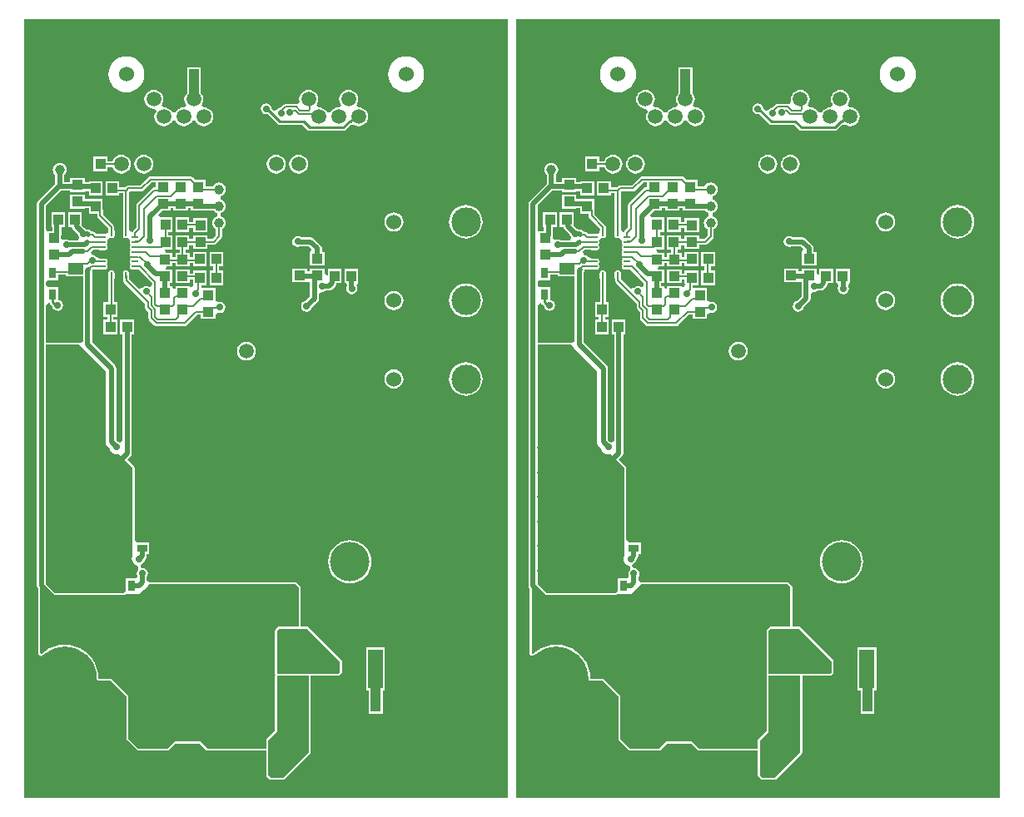
<source format=gbl>
G04*
G04 #@! TF.GenerationSoftware,Altium Limited,Altium Designer,20.0.10 (225)*
G04*
G04 Layer_Physical_Order=2*
G04 Layer_Color=16711680*
%FSLAX25Y25*%
%MOIN*%
G70*
G01*
G75*
%ADD10C,0.00787*%
%ADD11R,0.10630X0.06299*%
%ADD12R,0.04331X0.03937*%
%ADD16R,0.03937X0.04331*%
%ADD22C,0.01968*%
%ADD23C,0.01000*%
%ADD25C,0.06000*%
%ADD26C,0.11811*%
%ADD27C,0.15748*%
%ADD28C,0.27559*%
%ADD29R,0.13780X0.05906*%
%ADD30R,0.05906X0.13780*%
%ADD31R,0.05906X0.15748*%
%ADD32C,0.05906*%
%ADD33C,0.09200*%
%ADD34O,0.10630X0.05512*%
%ADD35C,0.01968*%
%ADD36C,0.02756*%
%ADD37C,0.02799*%
%ADD38C,0.03937*%
%ADD39R,0.05906X0.04724*%
%ADD40R,0.05315X0.04331*%
%ADD41R,0.13780X0.15748*%
%ADD42R,0.03937X0.02953*%
%ADD43R,0.15748X0.13780*%
%ADD44R,0.02953X0.03937*%
%ADD45R,0.02953X0.04134*%
G04:AMPARAMS|DCode=46|XSize=9.84mil|YSize=23.62mil|CornerRadius=1.97mil|HoleSize=0mil|Usage=FLASHONLY|Rotation=90.000|XOffset=0mil|YOffset=0mil|HoleType=Round|Shape=RoundedRectangle|*
%AMROUNDEDRECTD46*
21,1,0.00984,0.01968,0,0,90.0*
21,1,0.00591,0.02362,0,0,90.0*
1,1,0.00394,0.00984,0.00295*
1,1,0.00394,0.00984,-0.00295*
1,1,0.00394,-0.00984,-0.00295*
1,1,0.00394,-0.00984,0.00295*
%
%ADD46ROUNDEDRECTD46*%
G04:AMPARAMS|DCode=47|XSize=9.84mil|YSize=23.62mil|CornerRadius=1.97mil|HoleSize=0mil|Usage=FLASHONLY|Rotation=180.000|XOffset=0mil|YOffset=0mil|HoleType=Round|Shape=RoundedRectangle|*
%AMROUNDEDRECTD47*
21,1,0.00984,0.01968,0,0,180.0*
21,1,0.00591,0.02362,0,0,180.0*
1,1,0.00394,-0.00295,0.00984*
1,1,0.00394,0.00295,0.00984*
1,1,0.00394,0.00295,-0.00984*
1,1,0.00394,-0.00295,-0.00984*
%
%ADD47ROUNDEDRECTD47*%
G04:AMPARAMS|DCode=48|XSize=66.93mil|YSize=106.3mil|CornerRadius=2.01mil|HoleSize=0mil|Usage=FLASHONLY|Rotation=180.000|XOffset=0mil|YOffset=0mil|HoleType=Round|Shape=RoundedRectangle|*
%AMROUNDEDRECTD48*
21,1,0.06693,0.10228,0,0,180.0*
21,1,0.06291,0.10630,0,0,180.0*
1,1,0.00402,-0.03146,0.05114*
1,1,0.00402,0.03146,0.05114*
1,1,0.00402,0.03146,-0.05114*
1,1,0.00402,-0.03146,-0.05114*
%
%ADD48ROUNDEDRECTD48*%
%ADD49O,0.01968X0.00787*%
%ADD50R,0.10827X0.03937*%
%ADD51R,0.25197X0.21850*%
%ADD52R,0.08465X0.09646*%
%ADD53C,0.03937*%
%ADD54C,0.25591*%
G36*
X392095Y1606D02*
X198456D01*
Y313355D01*
X392095Y313355D01*
Y1606D01*
D02*
G37*
G36*
X195245D02*
X1606D01*
Y313355D01*
X195245Y313355D01*
Y1606D01*
D02*
G37*
%LPC*%
G36*
X351276Y298561D02*
X349867Y298422D01*
X348512Y298011D01*
X347263Y297344D01*
X346169Y296445D01*
X345271Y295351D01*
X344603Y294102D01*
X344192Y292748D01*
X344053Y291339D01*
X344192Y289930D01*
X344603Y288575D01*
X345271Y287326D01*
X346169Y286232D01*
X347263Y285334D01*
X348512Y284666D01*
X349867Y284255D01*
X351276Y284116D01*
X352685Y284255D01*
X354039Y284666D01*
X355288Y285334D01*
X356382Y286232D01*
X357281Y287326D01*
X357948Y288575D01*
X358359Y289930D01*
X358498Y291339D01*
X358359Y292748D01*
X357948Y294102D01*
X357281Y295351D01*
X356382Y296445D01*
X355288Y297344D01*
X354039Y298011D01*
X352685Y298422D01*
X351276Y298561D01*
D02*
G37*
G36*
X239276D02*
X237867Y298422D01*
X236512Y298011D01*
X235263Y297344D01*
X234169Y296445D01*
X233271Y295351D01*
X232603Y294102D01*
X232192Y292748D01*
X232053Y291339D01*
X232192Y289930D01*
X232603Y288575D01*
X233271Y287326D01*
X234169Y286232D01*
X235263Y285334D01*
X236512Y284666D01*
X237867Y284255D01*
X239276Y284116D01*
X240685Y284255D01*
X242039Y284666D01*
X243288Y285334D01*
X244382Y286232D01*
X245281Y287326D01*
X245948Y288575D01*
X246359Y289930D01*
X246498Y291339D01*
X246359Y292748D01*
X245948Y294102D01*
X245281Y295351D01*
X244382Y296445D01*
X243288Y297344D01*
X242039Y298011D01*
X240685Y298422D01*
X239276Y298561D01*
D02*
G37*
G36*
X328276Y285111D02*
X327299Y284982D01*
X326389Y284606D01*
X325608Y284006D01*
X325009Y283225D01*
X324632Y282315D01*
X324503Y281339D01*
X324632Y280362D01*
X325009Y279452D01*
X325219Y279178D01*
X324580Y278071D01*
X324276Y278111D01*
X323299Y277982D01*
X322389Y277606D01*
X321608Y277006D01*
X321009Y276225D01*
X320915Y275998D01*
X319636D01*
X319543Y276225D01*
X318943Y277006D01*
X318162Y277606D01*
X317252Y277982D01*
X316276Y278111D01*
X315971Y278071D01*
X315332Y279178D01*
X315543Y279452D01*
X315919Y280362D01*
X316048Y281339D01*
X315919Y282315D01*
X315543Y283225D01*
X314943Y284006D01*
X314162Y284606D01*
X313252Y284982D01*
X312276Y285111D01*
X311299Y284982D01*
X310389Y284606D01*
X309608Y284006D01*
X309009Y283225D01*
X308632Y282315D01*
X308503Y281339D01*
X308632Y280362D01*
X308647Y280325D01*
X308033Y279707D01*
X307715Y279488D01*
X307337Y279563D01*
X305808D01*
X305716Y279582D01*
X305716Y279582D01*
X303180D01*
X303180Y279582D01*
X302719Y279490D01*
X302329Y279229D01*
X302329Y279229D01*
X301155Y278055D01*
X300480Y277921D01*
X299764Y277443D01*
X299583Y277172D01*
X298408Y276924D01*
X297457Y277692D01*
X297315Y278404D01*
X296837Y279120D01*
X296121Y279599D01*
X295276Y279767D01*
X294431Y279599D01*
X293714Y279120D01*
X293236Y278404D01*
X293068Y277559D01*
X293236Y276714D01*
X293714Y275998D01*
X294431Y275519D01*
X295276Y275351D01*
X295897Y275475D01*
X299859Y271513D01*
X300285Y271228D01*
X300787Y271128D01*
X309693D01*
X311760Y269060D01*
X312186Y268776D01*
X312689Y268676D01*
X326077D01*
X326580Y268776D01*
X327006Y269060D01*
X329107Y271162D01*
X329442Y271228D01*
X329839Y271494D01*
X330389Y271072D01*
X331299Y270695D01*
X332276Y270566D01*
X333252Y270695D01*
X334162Y271072D01*
X334943Y271671D01*
X335543Y272452D01*
X335919Y273362D01*
X336048Y274339D01*
X335919Y275315D01*
X335543Y276225D01*
X334943Y277006D01*
X334162Y277606D01*
X333252Y277982D01*
X332276Y278111D01*
X331971Y278071D01*
X331332Y279178D01*
X331543Y279452D01*
X331920Y280362D01*
X332048Y281339D01*
X331920Y282315D01*
X331543Y283225D01*
X330943Y284006D01*
X330162Y284606D01*
X329252Y284982D01*
X328276Y285111D01*
D02*
G37*
G36*
X269094Y294291D02*
X263583D01*
Y291519D01*
X263559Y291339D01*
Y283942D01*
X263009Y283225D01*
X262632Y282315D01*
X262503Y281339D01*
X262632Y280362D01*
X263009Y279452D01*
X263219Y279178D01*
X262580Y278071D01*
X262276Y278111D01*
X261299Y277982D01*
X260389Y277606D01*
X259608Y277006D01*
X259009Y276225D01*
X258915Y275998D01*
X257636D01*
X257543Y276225D01*
X256943Y277006D01*
X256162Y277606D01*
X255252Y277982D01*
X254276Y278111D01*
X253971Y278071D01*
X253332Y279178D01*
X253543Y279452D01*
X253920Y280362D01*
X254048Y281339D01*
X253920Y282315D01*
X253543Y283225D01*
X252943Y284006D01*
X252162Y284606D01*
X251252Y284982D01*
X250276Y285111D01*
X249299Y284982D01*
X248389Y284606D01*
X247608Y284006D01*
X247009Y283225D01*
X246632Y282315D01*
X246503Y281339D01*
X246632Y280362D01*
X247009Y279452D01*
X247608Y278671D01*
X248389Y278072D01*
X249299Y277695D01*
X250276Y277566D01*
X250580Y277606D01*
X251219Y276499D01*
X251009Y276225D01*
X250632Y275315D01*
X250503Y274339D01*
X250632Y273362D01*
X251009Y272452D01*
X251608Y271671D01*
X252389Y271072D01*
X253299Y270695D01*
X254276Y270566D01*
X255252Y270695D01*
X256162Y271072D01*
X256943Y271671D01*
X257543Y272452D01*
X257636Y272679D01*
X258915D01*
X259009Y272452D01*
X259608Y271671D01*
X260389Y271072D01*
X261299Y270695D01*
X262276Y270566D01*
X263252Y270695D01*
X264162Y271072D01*
X264943Y271671D01*
X265543Y272452D01*
X265636Y272679D01*
X266915D01*
X267009Y272452D01*
X267608Y271671D01*
X268389Y271072D01*
X269299Y270695D01*
X270276Y270566D01*
X271252Y270695D01*
X272162Y271072D01*
X272943Y271671D01*
X273543Y272452D01*
X273920Y273362D01*
X274048Y274339D01*
X273920Y275315D01*
X273543Y276225D01*
X272943Y277006D01*
X272162Y277606D01*
X271252Y277982D01*
X270276Y278111D01*
X269971Y278071D01*
X269332Y279178D01*
X269543Y279452D01*
X269919Y280362D01*
X270048Y281339D01*
X269919Y282315D01*
X269543Y283225D01*
X269118Y283778D01*
Y291339D01*
X269094Y291519D01*
Y294291D01*
D02*
G37*
G36*
X237276Y259111D02*
X236299Y258982D01*
X235389Y258606D01*
X234608Y258006D01*
X234009Y257225D01*
X233726Y256543D01*
X231693D01*
Y258465D01*
X226181D01*
Y252559D01*
X231693D01*
Y254134D01*
X233726D01*
X234009Y253452D01*
X234608Y252671D01*
X235389Y252072D01*
X236299Y251695D01*
X237276Y251566D01*
X238252Y251695D01*
X239162Y252072D01*
X239943Y252671D01*
X240543Y253452D01*
X240919Y254362D01*
X241048Y255339D01*
X240919Y256315D01*
X240543Y257225D01*
X239943Y258006D01*
X239162Y258606D01*
X238252Y258982D01*
X237276Y259111D01*
D02*
G37*
G36*
X308276D02*
X307299Y258982D01*
X306389Y258606D01*
X305608Y258006D01*
X305009Y257225D01*
X304632Y256315D01*
X304503Y255339D01*
X304632Y254362D01*
X305009Y253452D01*
X305608Y252671D01*
X306389Y252072D01*
X307299Y251695D01*
X308276Y251566D01*
X309252Y251695D01*
X310162Y252072D01*
X310943Y252671D01*
X311543Y253452D01*
X311919Y254362D01*
X312048Y255339D01*
X311919Y256315D01*
X311543Y257225D01*
X310943Y258006D01*
X310162Y258606D01*
X309252Y258982D01*
X308276Y259111D01*
D02*
G37*
G36*
X299276D02*
X298299Y258982D01*
X297389Y258606D01*
X296608Y258006D01*
X296009Y257225D01*
X295632Y256315D01*
X295503Y255339D01*
X295632Y254362D01*
X296009Y253452D01*
X296608Y252671D01*
X297389Y252072D01*
X298299Y251695D01*
X299276Y251566D01*
X300252Y251695D01*
X301162Y252072D01*
X301943Y252671D01*
X302543Y253452D01*
X302920Y254362D01*
X303048Y255339D01*
X302920Y256315D01*
X302543Y257225D01*
X301943Y258006D01*
X301162Y258606D01*
X300252Y258982D01*
X299276Y259111D01*
D02*
G37*
G36*
X246276D02*
X245299Y258982D01*
X244389Y258606D01*
X243608Y258006D01*
X243009Y257225D01*
X242632Y256315D01*
X242503Y255339D01*
X242632Y254362D01*
X243009Y253452D01*
X243608Y252671D01*
X244389Y252072D01*
X245299Y251695D01*
X246276Y251566D01*
X247252Y251695D01*
X248162Y252072D01*
X248943Y252671D01*
X249543Y253452D01*
X249920Y254362D01*
X250048Y255339D01*
X249920Y256315D01*
X249543Y257225D01*
X248943Y258006D01*
X248162Y258606D01*
X247252Y258982D01*
X246276Y259111D01*
D02*
G37*
G36*
X264951Y250426D02*
X264951Y250426D01*
X248870D01*
X248409Y250335D01*
X248018Y250074D01*
X244818Y246873D01*
X240059D01*
X239598Y246782D01*
X239208Y246521D01*
X238773Y246086D01*
X236417D01*
Y248622D01*
X230906D01*
Y242717D01*
X236417D01*
Y243678D01*
X237969D01*
Y229151D01*
X237951Y229124D01*
X237874Y228740D01*
Y226772D01*
X237951Y226388D01*
X238168Y226062D01*
X238494Y225845D01*
X238878Y225768D01*
X239469D01*
X239587Y225792D01*
X239904Y225818D01*
X239978Y225780D01*
X240805Y224892D01*
X240729Y224508D01*
Y223917D01*
X240805Y223533D01*
X241009Y223228D01*
X240805Y222923D01*
X240729Y222539D01*
Y221949D01*
X240805Y221565D01*
X241009Y221260D01*
X240805Y220955D01*
X240729Y220571D01*
Y219980D01*
X240805Y219596D01*
X241009Y219291D01*
X240805Y218986D01*
X240729Y218602D01*
Y218012D01*
X240805Y217628D01*
X241009Y217323D01*
X240805Y217018D01*
X240729Y216634D01*
Y216043D01*
X240805Y215659D01*
X241009Y215354D01*
X240805Y215049D01*
X240729Y214665D01*
Y214075D01*
X240805Y213691D01*
X241023Y213365D01*
X241348Y213148D01*
X241732Y213071D01*
X243701D01*
X244085Y213148D01*
X244112Y213166D01*
X244186D01*
X249570Y207782D01*
X249464Y206637D01*
X248403Y206161D01*
X248089Y206370D01*
X247244Y206539D01*
X246399Y206370D01*
X245683Y205892D01*
X245615Y205790D01*
X244169Y205565D01*
X240417Y209318D01*
Y209565D01*
X240472Y209842D01*
Y211811D01*
X240396Y212195D01*
X240178Y212521D01*
X239852Y212738D01*
X239469Y212815D01*
X238878D01*
X238494Y212738D01*
X238168Y212521D01*
X237951Y212195D01*
X237874Y211811D01*
Y209842D01*
X237951Y209458D01*
X238008Y209372D01*
Y208819D01*
X238008Y208819D01*
X238100Y208358D01*
X238361Y207967D01*
X238361Y207967D01*
X246746Y199583D01*
Y198116D01*
X246746Y198116D01*
X246837Y197655D01*
X247098Y197264D01*
X248133Y196230D01*
Y193718D01*
X248133Y193718D01*
X248225Y193257D01*
X248486Y192867D01*
X248486Y192867D01*
X250471Y190881D01*
X250862Y190620D01*
X251323Y190528D01*
X251323Y190528D01*
X262598D01*
X262598Y190528D01*
X263059Y190620D01*
X263450Y190881D01*
X267625Y195056D01*
X269094D01*
Y193504D01*
X275000D01*
Y195164D01*
X275327Y195451D01*
X276181Y195919D01*
X276772Y195801D01*
X277625Y195971D01*
X278349Y196454D01*
X278832Y197178D01*
X279002Y198031D01*
X278832Y198884D01*
X278349Y199608D01*
X277625Y200091D01*
X276772Y200261D01*
X276157Y200139D01*
X275343Y200597D01*
X275000Y200898D01*
Y205709D01*
X269315D01*
Y206890D01*
X271457D01*
Y212795D01*
X265945D01*
Y211637D01*
X264764D01*
Y213189D01*
X258858D01*
Y207677D01*
X264764D01*
Y209229D01*
X265945D01*
Y206890D01*
X265945D01*
X265735Y205959D01*
X264764Y206496D01*
Y206496D01*
X258858D01*
Y205194D01*
X258858Y205194D01*
X257761Y205719D01*
X257677Y205847D01*
Y206496D01*
X256531D01*
Y207677D01*
X257677D01*
Y213189D01*
X255101D01*
X255010Y213290D01*
X255488Y214370D01*
X257677D01*
Y215725D01*
X258858D01*
Y214370D01*
X264764D01*
Y215708D01*
X265945D01*
Y214370D01*
X271457D01*
Y220276D01*
X265945D01*
Y218117D01*
X264764D01*
Y219882D01*
X263015D01*
Y221063D01*
X264370D01*
Y222927D01*
X265945D01*
Y221457D01*
X271850D01*
Y223008D01*
X274213D01*
X274213Y223008D01*
X274674Y223100D01*
X275064Y223361D01*
X277229Y225526D01*
X277229Y225526D01*
X277490Y225917D01*
X277582Y226378D01*
X277582Y226378D01*
Y229406D01*
X277768Y229483D01*
X278344Y229924D01*
X278785Y230500D01*
X279063Y231170D01*
X279158Y231890D01*
X279063Y232609D01*
X278785Y233280D01*
X278344Y233855D01*
X277768Y234297D01*
X277281Y234499D01*
X277127Y234563D01*
X277097Y234645D01*
Y235827D01*
X277127Y235910D01*
X277190Y235936D01*
X277768Y236175D01*
X278344Y236617D01*
X278785Y237193D01*
X279063Y237863D01*
X279158Y238583D01*
X279063Y239302D01*
X278785Y239972D01*
X278344Y240548D01*
X277768Y240990D01*
X277281Y241192D01*
X277127Y241256D01*
X277097Y241338D01*
Y242520D01*
X277127Y242603D01*
X277190Y242629D01*
X277768Y242868D01*
X278344Y243310D01*
X278785Y243886D01*
X279063Y244556D01*
X279158Y245276D01*
X279063Y245995D01*
X278785Y246665D01*
X278344Y247241D01*
X277768Y247683D01*
X277097Y247961D01*
X276378Y248055D01*
X275658Y247961D01*
X274988Y247683D01*
X274412Y247241D01*
X273971Y246665D01*
X273894Y246480D01*
X271063D01*
Y249016D01*
X266861D01*
X265803Y250074D01*
X265803Y250074D01*
X265412Y250335D01*
X264951Y250426D01*
D02*
G37*
G36*
X212598Y255929D02*
X211879Y255835D01*
X211209Y255557D01*
X210633Y255115D01*
X210191Y254539D01*
X209913Y253869D01*
X209819Y253150D01*
X209913Y252430D01*
X210191Y251760D01*
X210633Y251184D01*
X210792Y251062D01*
Y247599D01*
X204028Y240835D01*
X203637Y240249D01*
X203499Y239558D01*
Y86427D01*
X203637Y85735D01*
X203922Y85309D01*
X203922Y82283D01*
X203922Y59326D01*
X203949Y59188D01*
X203971Y59048D01*
X203980Y59035D01*
X203983Y59019D01*
X204061Y58902D01*
X204135Y58781D01*
X204148Y58772D01*
X204157Y58759D01*
X204274Y58680D01*
X204388Y58597D01*
X204888Y58367D01*
X205026Y58334D01*
X205161Y58295D01*
X205177Y58297D01*
X205193Y58293D01*
X205332Y58316D01*
X205472Y58332D01*
X205486Y58340D01*
X205502Y58342D01*
X205623Y58416D01*
X205746Y58485D01*
X207032Y59584D01*
X208747Y60635D01*
X210606Y61405D01*
X212561Y61874D01*
X214567Y62032D01*
X216572Y61874D01*
X218528Y61405D01*
X220387Y60635D01*
X222102Y59584D01*
X223632Y58277D01*
X224938Y56748D01*
X225989Y55032D01*
X226759Y53174D01*
X227228Y51218D01*
X227391Y49150D01*
X227425Y49029D01*
X227450Y48905D01*
X227468Y48879D01*
X227476Y48848D01*
X227554Y48749D01*
X227624Y48645D01*
X227650Y48627D01*
X227670Y48602D01*
X227780Y48541D01*
X227884Y48471D01*
X227916Y48465D01*
X227943Y48449D01*
X228068Y48434D01*
X228192Y48410D01*
X233132D01*
X239355Y42187D01*
X239355Y25197D01*
X239416Y24890D01*
X239590Y24629D01*
X239590Y24629D01*
X243527Y20692D01*
X243787Y20518D01*
X244094Y20457D01*
X255906Y20457D01*
X255906Y20457D01*
X256213Y20518D01*
X256473Y20692D01*
X256473Y20692D01*
X258994Y23213D01*
X268565D01*
X271086Y20692D01*
X271346Y20518D01*
X271654Y20457D01*
X295260D01*
X295260Y19276D01*
X295260Y10630D01*
X295321Y10323D01*
X295495Y10062D01*
X295495Y10062D01*
X296677Y8881D01*
X296937Y8707D01*
X297244Y8646D01*
X301968D01*
X301968Y8646D01*
X302276Y8707D01*
X302536Y8881D01*
X312772Y19117D01*
X312947Y19378D01*
X313008Y19685D01*
Y50378D01*
X314189Y50378D01*
X324016Y50378D01*
X324323Y50439D01*
X324583Y50613D01*
X325371Y51401D01*
X325545Y51661D01*
X325606Y51968D01*
X325606Y56299D01*
X325606Y56299D01*
X325545Y56606D01*
X325371Y56867D01*
X312379Y69859D01*
X312118Y70033D01*
X311811Y70094D01*
X309071D01*
X309071Y75984D01*
X309071Y85827D01*
X309009Y86134D01*
X308835Y86395D01*
X308835Y86395D01*
X307654Y87576D01*
X307394Y87750D01*
X307087Y87811D01*
X248657Y87811D01*
X248068Y88114D01*
X247609Y88526D01*
X247476Y88738D01*
Y90144D01*
X247709Y90494D01*
X247877Y91339D01*
X247709Y92184D01*
X247230Y92900D01*
X246514Y93378D01*
X245823Y93516D01*
X244897Y94095D01*
X245320Y95171D01*
X245557Y95354D01*
X246049Y95683D01*
X246528Y96399D01*
X246623Y96878D01*
X246927Y97181D01*
X247319Y97768D01*
X247456Y98459D01*
Y99291D01*
X248406D01*
Y103819D01*
X243716D01*
X242535Y104851D01*
X242535Y133858D01*
X242535Y133858D01*
X242474Y134166D01*
X242300Y134426D01*
X239640Y137086D01*
X240844Y138290D01*
X241236Y138876D01*
X241373Y139567D01*
Y187205D01*
X242323D01*
Y193110D01*
X236811D01*
Y187205D01*
X237761D01*
Y144504D01*
X236579Y143964D01*
X236278Y144166D01*
X235866Y144248D01*
X235271Y144843D01*
Y173622D01*
X235133Y174313D01*
X234742Y174899D01*
X225616Y184025D01*
Y212297D01*
X225685Y212399D01*
X225822Y213090D01*
X225884Y213166D01*
X228329D01*
X228356Y213148D01*
X228740Y213071D01*
X230709D01*
X231093Y213148D01*
X231418Y213365D01*
X231636Y213691D01*
X231712Y214075D01*
Y214665D01*
X231636Y215049D01*
X231432Y215354D01*
X231636Y215659D01*
X231712Y216043D01*
Y216634D01*
X231636Y217018D01*
X231418Y217343D01*
X231093Y217561D01*
X230709Y217637D01*
X228740D01*
X228087Y217718D01*
X227401Y218118D01*
X227152Y218490D01*
X226435Y218969D01*
X225648Y219125D01*
X225487Y219367D01*
X225095Y220243D01*
X225892Y221040D01*
X228329D01*
X228356Y221022D01*
X228740Y220945D01*
X230709D01*
X231093Y221022D01*
X231418Y221239D01*
X231636Y221565D01*
X231712Y221949D01*
Y222539D01*
X231636Y222923D01*
X231432Y223228D01*
X231636Y223533D01*
X231712Y223917D01*
Y224508D01*
X231636Y224892D01*
X232488Y225743D01*
X232703Y225804D01*
X232854Y225792D01*
X232973Y225768D01*
X233563D01*
X233947Y225845D01*
X234273Y226062D01*
X234490Y226388D01*
X234566Y226772D01*
Y228740D01*
X234490Y229124D01*
X234472Y229151D01*
Y230118D01*
X234472Y230118D01*
X234380Y230579D01*
X234119Y230970D01*
X229944Y235144D01*
Y237008D01*
X229944Y237008D01*
X229853Y237469D01*
X229724Y237661D01*
Y241535D01*
X224213D01*
Y241364D01*
X222638D01*
Y243110D01*
X216732D01*
Y237598D01*
X222638D01*
Y237751D01*
X224213D01*
Y235630D01*
X227536D01*
Y234646D01*
X227628Y234185D01*
X227889Y233794D01*
X232064Y229619D01*
Y229151D01*
X232045Y229124D01*
X231969Y228740D01*
Y228239D01*
X231691Y227974D01*
X230788Y227464D01*
X230709Y227480D01*
X228740D01*
X228356Y227403D01*
X228329Y227385D01*
X227332D01*
X226701Y228017D01*
X226310Y228278D01*
X225849Y228370D01*
X225849Y228370D01*
X225342D01*
X225293Y228443D01*
X225050Y228685D01*
X224464Y229077D01*
X223773Y229215D01*
X223467D01*
X222892Y229599D01*
X222480Y229680D01*
X221457Y230704D01*
Y236024D01*
X215945D01*
Y230118D01*
X217524D01*
X217622Y229624D01*
X218014Y229038D01*
X219926Y227126D01*
X220008Y226714D01*
X220466Y226028D01*
X220430Y225837D01*
X220082Y224847D01*
X216413D01*
X216144Y225027D01*
X215300Y225195D01*
X214455Y225027D01*
X214370Y224970D01*
X213189Y225602D01*
Y226794D01*
X213224Y226969D01*
Y230118D01*
X214764D01*
Y236024D01*
X209252D01*
Y230118D01*
X209611D01*
Y228543D01*
X207283Y228543D01*
X207112Y229653D01*
Y238809D01*
X212953Y244650D01*
X216732D01*
Y244291D01*
X222638D01*
Y244552D01*
X224213D01*
Y242717D01*
X229724D01*
Y248622D01*
X224213D01*
Y248165D01*
X222638D01*
Y249803D01*
X216732D01*
Y248263D01*
X214405D01*
Y251062D01*
X214564Y251184D01*
X215006Y251760D01*
X215283Y252430D01*
X215378Y253150D01*
X215283Y253869D01*
X215006Y254539D01*
X214564Y255115D01*
X213988Y255557D01*
X213318Y255835D01*
X212598Y255929D01*
D02*
G37*
G36*
X346378Y236104D02*
X345389Y235973D01*
X344468Y235592D01*
X343677Y234985D01*
X343070Y234193D01*
X342688Y233272D01*
X342558Y232283D01*
X342688Y231295D01*
X343070Y230373D01*
X343677Y229582D01*
X344468Y228975D01*
X345389Y228594D01*
X346378Y228463D01*
X347367Y228594D01*
X348288Y228975D01*
X349079Y229582D01*
X349686Y230373D01*
X350068Y231295D01*
X350198Y232283D01*
X350068Y233272D01*
X349686Y234193D01*
X349079Y234985D01*
X348288Y235592D01*
X347367Y235973D01*
X346378Y236104D01*
D02*
G37*
G36*
X375197Y239009D02*
X373885Y238879D01*
X372623Y238497D01*
X371461Y237875D01*
X370441Y237039D01*
X369605Y236020D01*
X368984Y234857D01*
X368601Y233595D01*
X368472Y232283D01*
X368601Y230971D01*
X368984Y229710D01*
X369605Y228547D01*
X370441Y227528D01*
X371461Y226692D01*
X372623Y226070D01*
X373885Y225687D01*
X375197Y225558D01*
X376509Y225687D01*
X377770Y226070D01*
X378933Y226692D01*
X379952Y227528D01*
X380789Y228547D01*
X381410Y229710D01*
X381793Y230971D01*
X381922Y232283D01*
X381793Y233595D01*
X381410Y234857D01*
X380789Y236020D01*
X379952Y237039D01*
X378933Y237875D01*
X377770Y238497D01*
X376509Y238879D01*
X375197Y239009D01*
D02*
G37*
G36*
X307874Y226617D02*
X307029Y226449D01*
X306313Y225970D01*
X305835Y225254D01*
X305666Y224409D01*
X305835Y223564D01*
X306313Y222848D01*
X307029Y222369D01*
X307874Y222201D01*
X308719Y222369D01*
X308843Y222452D01*
X312395D01*
X313390Y221457D01*
X312901Y220276D01*
X312795D01*
Y214764D01*
X318701D01*
Y220276D01*
X317554D01*
Y221654D01*
X317417Y222345D01*
X317025Y222931D01*
X314421Y225536D01*
X313835Y225927D01*
X313143Y226065D01*
X309294D01*
X308719Y226449D01*
X307874Y226617D01*
D02*
G37*
G36*
X278150Y220276D02*
X272638D01*
Y214370D01*
X273993D01*
Y212795D01*
X272638D01*
Y206890D01*
X278150D01*
Y212795D01*
X276401D01*
Y214370D01*
X278150D01*
Y220276D01*
D02*
G37*
G36*
X311614Y213583D02*
X305709D01*
Y208071D01*
X311614D01*
Y208071D01*
X312761Y207987D01*
Y202323D01*
X310984Y200547D01*
X310572Y200465D01*
X309856Y199986D01*
X309378Y199270D01*
X309210Y198425D01*
X309378Y197580D01*
X309856Y196864D01*
X310572Y196386D01*
X311417Y196217D01*
X312262Y196386D01*
X312979Y196864D01*
X313457Y197580D01*
X313539Y197992D01*
X315844Y200297D01*
X316236Y200884D01*
X316373Y201575D01*
Y203468D01*
X317554Y204259D01*
X317830Y204204D01*
X318675Y204372D01*
X319249Y204756D01*
X320500D01*
X321192Y204894D01*
X321778Y205285D01*
X322931Y206438D01*
X323322Y207024D01*
X323452Y207677D01*
X325394D01*
Y213583D01*
X319882D01*
Y211007D01*
X319781Y210915D01*
X318701Y211394D01*
Y213583D01*
X312795D01*
Y212436D01*
X311614D01*
Y213583D01*
D02*
G37*
G36*
X332087Y213583D02*
X326575D01*
Y207677D01*
X327333D01*
X327581Y206496D01*
X327488Y206357D01*
X327320Y205512D01*
X327488Y204667D01*
X327966Y203951D01*
X328683Y203472D01*
X329528Y203304D01*
X330372Y203472D01*
X331089Y203951D01*
X331567Y204667D01*
X331735Y205512D01*
X331567Y206357D01*
X331474Y206496D01*
X331966Y207677D01*
X332087D01*
Y213583D01*
D02*
G37*
G36*
X346378Y204608D02*
X345389Y204477D01*
X344468Y204096D01*
X343677Y203489D01*
X343070Y202697D01*
X342688Y201776D01*
X342558Y200787D01*
X342688Y199799D01*
X343070Y198877D01*
X343677Y198086D01*
X344468Y197479D01*
X345389Y197098D01*
X346378Y196967D01*
X347367Y197098D01*
X348288Y197479D01*
X349079Y198086D01*
X349686Y198877D01*
X350068Y199799D01*
X350198Y200787D01*
X350068Y201776D01*
X349686Y202697D01*
X349079Y203489D01*
X348288Y204096D01*
X347367Y204477D01*
X346378Y204608D01*
D02*
G37*
G36*
X375197Y207513D02*
X373885Y207383D01*
X372623Y207001D01*
X371461Y206379D01*
X370441Y205543D01*
X369605Y204524D01*
X368984Y203361D01*
X368601Y202099D01*
X368472Y200787D01*
X368601Y199475D01*
X368984Y198214D01*
X369605Y197051D01*
X370441Y196032D01*
X371461Y195195D01*
X372623Y194574D01*
X373885Y194191D01*
X375197Y194062D01*
X376509Y194191D01*
X377770Y194574D01*
X378933Y195195D01*
X379952Y196032D01*
X380789Y197051D01*
X381410Y198214D01*
X381793Y199475D01*
X381922Y200787D01*
X381793Y202099D01*
X381410Y203361D01*
X380789Y204524D01*
X379952Y205543D01*
X378933Y206379D01*
X377770Y207001D01*
X376509Y207383D01*
X375197Y207513D01*
D02*
G37*
G36*
X233563Y212815D02*
X232973D01*
X232588Y212738D01*
X232263Y212521D01*
X232045Y212195D01*
X231969Y211811D01*
Y209842D01*
X232045Y209458D01*
X232064Y209431D01*
Y200197D01*
X230118D01*
Y194291D01*
X231670D01*
Y193110D01*
X230118D01*
Y187205D01*
X235630D01*
Y193110D01*
X234078D01*
Y194291D01*
X235630D01*
Y200197D01*
X234472D01*
Y209431D01*
X234490Y209458D01*
X234566Y209842D01*
Y211811D01*
X234490Y212195D01*
X234273Y212521D01*
X233947Y212738D01*
X233563Y212815D01*
D02*
G37*
G36*
X287402Y184284D02*
X286425Y184156D01*
X285515Y183779D01*
X284734Y183179D01*
X284135Y182398D01*
X283758Y181488D01*
X283629Y180512D01*
X283758Y179535D01*
X284135Y178626D01*
X284734Y177844D01*
X285515Y177245D01*
X286425Y176868D01*
X287402Y176739D01*
X288378Y176868D01*
X289288Y177245D01*
X290069Y177844D01*
X290669Y178626D01*
X291045Y179535D01*
X291174Y180512D01*
X291045Y181488D01*
X290669Y182398D01*
X290069Y183179D01*
X289288Y183779D01*
X288378Y184156D01*
X287402Y184284D01*
D02*
G37*
G36*
X346378Y173111D02*
X345389Y172981D01*
X344468Y172600D01*
X343677Y171993D01*
X343070Y171201D01*
X342688Y170280D01*
X342558Y169291D01*
X342688Y168303D01*
X343070Y167381D01*
X343677Y166590D01*
X344468Y165983D01*
X345389Y165601D01*
X346378Y165471D01*
X347367Y165601D01*
X348288Y165983D01*
X349079Y166590D01*
X349686Y167381D01*
X350068Y168303D01*
X350198Y169291D01*
X350068Y170280D01*
X349686Y171201D01*
X349079Y171993D01*
X348288Y172600D01*
X347367Y172981D01*
X346378Y173111D01*
D02*
G37*
G36*
X375197Y176017D02*
X373885Y175887D01*
X372623Y175505D01*
X371461Y174883D01*
X370441Y174047D01*
X369605Y173028D01*
X368984Y171865D01*
X368601Y170603D01*
X368472Y169291D01*
X368601Y167979D01*
X368984Y166718D01*
X369605Y165555D01*
X370441Y164536D01*
X371461Y163699D01*
X372623Y163078D01*
X373885Y162695D01*
X375197Y162566D01*
X376509Y162695D01*
X377770Y163078D01*
X378933Y163699D01*
X379952Y164536D01*
X380789Y165555D01*
X381410Y166718D01*
X381793Y167979D01*
X381922Y169291D01*
X381793Y170603D01*
X381410Y171865D01*
X380789Y173028D01*
X379952Y174047D01*
X378933Y174883D01*
X377770Y175505D01*
X376509Y175887D01*
X375197Y176017D01*
D02*
G37*
G36*
X328740Y104766D02*
X327042Y104599D01*
X325410Y104104D01*
X323905Y103299D01*
X322586Y102217D01*
X321504Y100898D01*
X320699Y99394D01*
X320204Y97761D01*
X320037Y96063D01*
X320204Y94365D01*
X320699Y92732D01*
X321504Y91228D01*
X322586Y89909D01*
X323905Y88826D01*
X325410Y88022D01*
X327042Y87527D01*
X328740Y87360D01*
X330438Y87527D01*
X332071Y88022D01*
X333576Y88826D01*
X334894Y89909D01*
X335977Y91228D01*
X336781Y92732D01*
X337276Y94365D01*
X337443Y96063D01*
X337276Y97761D01*
X336781Y99394D01*
X335977Y100898D01*
X334894Y102217D01*
X333576Y103299D01*
X332071Y104104D01*
X330438Y104599D01*
X328740Y104766D01*
D02*
G37*
G36*
X342717Y61811D02*
X335236D01*
Y44488D01*
X336394D01*
Y38189D01*
X336417Y38008D01*
Y35236D01*
X341929D01*
Y38008D01*
X341953Y38189D01*
Y44488D01*
X342717D01*
Y61811D01*
D02*
G37*
%LPD*%
G36*
X250984Y246086D02*
X250394D01*
X249933Y245994D01*
X249542Y245733D01*
X249542Y245733D01*
X243637Y239828D01*
X243376Y239437D01*
X243284Y238976D01*
X243284Y238976D01*
Y230027D01*
X241865Y228608D01*
X241653Y228290D01*
X241567Y228278D01*
X240472Y228740D01*
X240396Y229124D01*
X240377Y229151D01*
Y244285D01*
X240558Y244465D01*
X245317D01*
X245317Y244465D01*
X245778Y244557D01*
X246168Y244818D01*
X249369Y248018D01*
X250984D01*
Y246086D01*
D02*
G37*
G36*
X265158Y236811D02*
X268920D01*
X269094Y236776D01*
X274290D01*
X274412Y236617D01*
X274988Y236175D01*
X275475Y235974D01*
X275629Y235910D01*
X275658Y235827D01*
Y234645D01*
X275629Y234563D01*
X275566Y234536D01*
X274988Y234297D01*
X274412Y233855D01*
X273971Y233280D01*
X273693Y232609D01*
X273598Y231890D01*
X273693Y231170D01*
X273971Y230500D01*
X274412Y229924D01*
X274988Y229483D01*
X275174Y229406D01*
Y226877D01*
X273714Y225417D01*
X271850D01*
Y226969D01*
X265945D01*
Y225335D01*
X264370D01*
Y226969D01*
X258858D01*
Y221063D01*
X260607D01*
Y219882D01*
X258858D01*
Y218133D01*
X257677D01*
Y219882D01*
X255173D01*
X254650Y221063D01*
X254650Y221063D01*
X257677D01*
Y226969D01*
X256125D01*
Y228150D01*
X257677D01*
Y234055D01*
X252650D01*
X252158Y235233D01*
X253736Y236811D01*
X256890D01*
Y237761D01*
X258071D01*
Y236811D01*
X263976D01*
Y237761D01*
X265158D01*
Y236811D01*
D02*
G37*
%LPC*%
G36*
X264370Y234055D02*
X258858D01*
Y228150D01*
X264370D01*
Y229898D01*
X265945D01*
Y228150D01*
X271850D01*
Y233661D01*
X265945D01*
Y232307D01*
X264370D01*
Y234055D01*
D02*
G37*
%LPD*%
G36*
X215158Y210433D02*
X222003D01*
Y184346D01*
X221558Y184019D01*
X220822Y183784D01*
X220780Y183813D01*
X220472Y183874D01*
X207112Y183874D01*
Y198973D01*
X208097Y199880D01*
X208591Y199772D01*
X208630Y199579D01*
X208914Y199153D01*
X209692Y198376D01*
X209772Y197974D01*
X210250Y197257D01*
X210966Y196779D01*
X211811Y196611D01*
X212656Y196779D01*
X213372Y197257D01*
X213851Y197974D01*
X214019Y198819D01*
X213851Y199663D01*
X213372Y200380D01*
X212656Y200858D01*
X212106Y200968D01*
Y206102D01*
X207579Y206102D01*
X207112Y207090D01*
Y207871D01*
X207579Y208858D01*
X212106D01*
Y211010D01*
X215158D01*
Y210433D01*
D02*
G37*
G36*
X221632Y181911D02*
X221985Y181452D01*
X230883Y172553D01*
Y144095D01*
X230971Y143426D01*
X231100Y143115D01*
X231229Y142804D01*
X231639Y142269D01*
X232558Y141351D01*
X232854Y140637D01*
X233327Y140020D01*
X233944Y139547D01*
X234662Y139249D01*
X235433Y139148D01*
X236204Y139249D01*
X236301Y139289D01*
X241732Y133858D01*
X241732Y98307D01*
X241611Y98015D01*
X241510Y97244D01*
X241611Y96473D01*
X241909Y95755D01*
X242382Y95138D01*
X242999Y94665D01*
X243717Y94367D01*
X243837Y94352D01*
X244094Y94095D01*
Y92879D01*
X243630Y92184D01*
X243461Y91339D01*
X243630Y90494D01*
X243793Y90250D01*
X242894Y89350D01*
X239094D01*
Y84370D01*
X238189Y83464D01*
X210822D01*
X207112Y87175D01*
Y183071D01*
X220472Y183071D01*
X221632Y181911D01*
D02*
G37*
G36*
X308268Y85827D02*
X308268Y75984D01*
X308268Y70094D01*
X300394Y70094D01*
X300394Y70094D01*
X300086Y70033D01*
X299826Y69859D01*
X299826Y69859D01*
X299039Y69072D01*
X298865Y68811D01*
X298803Y68504D01*
X298803Y51181D01*
X298865Y50874D01*
X298927Y50780D01*
X298865Y50686D01*
X298803Y50378D01*
Y28285D01*
X295495Y24977D01*
X295321Y24717D01*
X295260Y24409D01*
Y21260D01*
X271654D01*
X268898Y24016D01*
X258661D01*
X255906Y21260D01*
X244094Y21260D01*
X240158Y25197D01*
X240158Y42520D01*
X233465Y49213D01*
X228192D01*
X228024Y51344D01*
X227525Y53423D01*
X226707Y55398D01*
X225589Y57221D01*
X224201Y58847D01*
X222575Y60235D01*
X220752Y61352D01*
X218777Y62170D01*
X216698Y62669D01*
X214567Y62837D01*
X212436Y62669D01*
X210357Y62170D01*
X208382Y61352D01*
X206559Y60235D01*
X205224Y59096D01*
X204724Y59326D01*
X204725Y82284D01*
X204724Y86355D01*
X205186Y86546D01*
X208661Y83071D01*
X210081D01*
X210255Y82897D01*
X210515Y82723D01*
X210822Y82662D01*
X238189D01*
X238496Y82723D01*
X238757Y82897D01*
X238757Y82897D01*
X238911Y83051D01*
X244409D01*
Y83071D01*
X244508D01*
X245778Y84374D01*
X246294Y84769D01*
X247494Y85970D01*
X247905Y86505D01*
X247907Y86510D01*
X248405Y87008D01*
X307087Y87008D01*
X308268Y85827D01*
D02*
G37*
G36*
X311811Y69291D02*
X324803Y56299D01*
X324803Y51968D01*
X324016Y51181D01*
X299606Y51181D01*
X299606Y68504D01*
X300394Y69291D01*
X311811Y69291D01*
D02*
G37*
G36*
X312205Y19685D02*
X301968Y9449D01*
X297244D01*
X296063Y10630D01*
X296063Y24409D01*
X299606Y27953D01*
Y50378D01*
X312205Y50378D01*
Y19685D01*
D02*
G37*
%LPC*%
G36*
X154425Y298561D02*
X153016Y298422D01*
X151661Y298011D01*
X150413Y297344D01*
X149318Y296445D01*
X148420Y295351D01*
X147753Y294102D01*
X147342Y292748D01*
X147203Y291339D01*
X147342Y289930D01*
X147753Y288575D01*
X148420Y287326D01*
X149318Y286232D01*
X150413Y285334D01*
X151661Y284666D01*
X153016Y284255D01*
X154425Y284116D01*
X155834Y284255D01*
X157189Y284666D01*
X158438Y285334D01*
X159532Y286232D01*
X160430Y287326D01*
X161098Y288575D01*
X161509Y289930D01*
X161647Y291339D01*
X161509Y292748D01*
X161098Y294102D01*
X160430Y295351D01*
X159532Y296445D01*
X158438Y297344D01*
X157189Y298011D01*
X155834Y298422D01*
X154425Y298561D01*
D02*
G37*
G36*
X42425D02*
X41016Y298422D01*
X39661Y298011D01*
X38413Y297344D01*
X37318Y296445D01*
X36420Y295351D01*
X35753Y294102D01*
X35342Y292748D01*
X35203Y291339D01*
X35342Y289930D01*
X35753Y288575D01*
X36420Y287326D01*
X37318Y286232D01*
X38413Y285334D01*
X39661Y284666D01*
X41016Y284255D01*
X42425Y284116D01*
X43834Y284255D01*
X45189Y284666D01*
X46438Y285334D01*
X47532Y286232D01*
X48430Y287326D01*
X49098Y288575D01*
X49509Y289930D01*
X49647Y291339D01*
X49509Y292748D01*
X49098Y294102D01*
X48430Y295351D01*
X47532Y296445D01*
X46438Y297344D01*
X45189Y298011D01*
X43834Y298422D01*
X42425Y298561D01*
D02*
G37*
G36*
X131425Y285111D02*
X130449Y284982D01*
X129539Y284606D01*
X128758Y284006D01*
X128158Y283225D01*
X127781Y282315D01*
X127653Y281339D01*
X127781Y280362D01*
X128158Y279452D01*
X128369Y279178D01*
X127729Y278071D01*
X127425Y278111D01*
X126449Y277982D01*
X125539Y277606D01*
X124758Y277006D01*
X124158Y276225D01*
X124064Y275998D01*
X122786D01*
X122692Y276225D01*
X122093Y277006D01*
X121311Y277606D01*
X120402Y277982D01*
X119425Y278111D01*
X119121Y278071D01*
X118482Y279178D01*
X118692Y279452D01*
X119069Y280362D01*
X119198Y281339D01*
X119069Y282315D01*
X118692Y283225D01*
X118093Y284006D01*
X117311Y284606D01*
X116402Y284982D01*
X115425Y285111D01*
X114449Y284982D01*
X113539Y284606D01*
X112758Y284006D01*
X112158Y283225D01*
X111781Y282315D01*
X111653Y281339D01*
X111781Y280362D01*
X111797Y280325D01*
X111182Y279707D01*
X110865Y279488D01*
X110487Y279563D01*
X108958D01*
X108865Y279582D01*
X108865Y279582D01*
X106330D01*
X106330Y279582D01*
X105869Y279490D01*
X105478Y279229D01*
X105478Y279229D01*
X104305Y278055D01*
X103630Y277921D01*
X102914Y277443D01*
X102733Y277172D01*
X101557Y276924D01*
X100607Y277692D01*
X100465Y278404D01*
X99986Y279120D01*
X99270Y279599D01*
X98425Y279767D01*
X97580Y279599D01*
X96864Y279120D01*
X96386Y278404D01*
X96217Y277559D01*
X96386Y276714D01*
X96864Y275998D01*
X97580Y275519D01*
X98425Y275351D01*
X99047Y275475D01*
X103009Y271513D01*
X103435Y271228D01*
X103937Y271128D01*
X112842D01*
X114910Y269060D01*
X115336Y268776D01*
X115838Y268676D01*
X129227D01*
X129729Y268776D01*
X130155Y269060D01*
X132256Y271162D01*
X132592Y271228D01*
X132989Y271494D01*
X133539Y271072D01*
X134449Y270695D01*
X135425Y270566D01*
X136402Y270695D01*
X137311Y271072D01*
X138093Y271671D01*
X138692Y272452D01*
X139069Y273362D01*
X139198Y274339D01*
X139069Y275315D01*
X138692Y276225D01*
X138093Y277006D01*
X137311Y277606D01*
X136402Y277982D01*
X135425Y278111D01*
X135121Y278071D01*
X134482Y279178D01*
X134692Y279452D01*
X135069Y280362D01*
X135198Y281339D01*
X135069Y282315D01*
X134692Y283225D01*
X134093Y284006D01*
X133311Y284606D01*
X132402Y284982D01*
X131425Y285111D01*
D02*
G37*
G36*
X72244Y294291D02*
X66732D01*
Y291519D01*
X66708Y291339D01*
Y283942D01*
X66158Y283225D01*
X65781Y282315D01*
X65653Y281339D01*
X65781Y280362D01*
X66158Y279452D01*
X66369Y279178D01*
X65729Y278071D01*
X65425Y278111D01*
X64449Y277982D01*
X63539Y277606D01*
X62758Y277006D01*
X62158Y276225D01*
X62064Y275998D01*
X60786D01*
X60692Y276225D01*
X60093Y277006D01*
X59311Y277606D01*
X58402Y277982D01*
X57425Y278111D01*
X57121Y278071D01*
X56482Y279178D01*
X56692Y279452D01*
X57069Y280362D01*
X57198Y281339D01*
X57069Y282315D01*
X56692Y283225D01*
X56093Y284006D01*
X55311Y284606D01*
X54402Y284982D01*
X53425Y285111D01*
X52449Y284982D01*
X51539Y284606D01*
X50758Y284006D01*
X50158Y283225D01*
X49781Y282315D01*
X49653Y281339D01*
X49781Y280362D01*
X50158Y279452D01*
X50758Y278671D01*
X51539Y278072D01*
X52449Y277695D01*
X53425Y277566D01*
X53729Y277606D01*
X54369Y276499D01*
X54158Y276225D01*
X53781Y275315D01*
X53653Y274339D01*
X53781Y273362D01*
X54158Y272452D01*
X54758Y271671D01*
X55539Y271072D01*
X56449Y270695D01*
X57425Y270566D01*
X58402Y270695D01*
X59311Y271072D01*
X60093Y271671D01*
X60692Y272452D01*
X60786Y272679D01*
X62064D01*
X62158Y272452D01*
X62758Y271671D01*
X63539Y271072D01*
X64449Y270695D01*
X65425Y270566D01*
X66402Y270695D01*
X67311Y271072D01*
X68093Y271671D01*
X68692Y272452D01*
X68786Y272679D01*
X70064D01*
X70158Y272452D01*
X70758Y271671D01*
X71539Y271072D01*
X72449Y270695D01*
X73425Y270566D01*
X74402Y270695D01*
X75311Y271072D01*
X76093Y271671D01*
X76692Y272452D01*
X77069Y273362D01*
X77198Y274339D01*
X77069Y275315D01*
X76692Y276225D01*
X76093Y277006D01*
X75311Y277606D01*
X74402Y277982D01*
X73425Y278111D01*
X73121Y278071D01*
X72482Y279178D01*
X72692Y279452D01*
X73069Y280362D01*
X73198Y281339D01*
X73069Y282315D01*
X72692Y283225D01*
X72268Y283778D01*
Y291339D01*
X72244Y291519D01*
Y294291D01*
D02*
G37*
G36*
X40425Y259111D02*
X39449Y258982D01*
X38539Y258606D01*
X37758Y258006D01*
X37158Y257225D01*
X36876Y256543D01*
X34843D01*
Y258465D01*
X29331D01*
Y252559D01*
X34843D01*
Y254134D01*
X36876D01*
X37158Y253452D01*
X37758Y252671D01*
X38539Y252072D01*
X39449Y251695D01*
X40425Y251566D01*
X41402Y251695D01*
X42311Y252072D01*
X43093Y252671D01*
X43692Y253452D01*
X44069Y254362D01*
X44198Y255339D01*
X44069Y256315D01*
X43692Y257225D01*
X43093Y258006D01*
X42311Y258606D01*
X41402Y258982D01*
X40425Y259111D01*
D02*
G37*
G36*
X111425D02*
X110449Y258982D01*
X109539Y258606D01*
X108758Y258006D01*
X108158Y257225D01*
X107781Y256315D01*
X107653Y255339D01*
X107781Y254362D01*
X108158Y253452D01*
X108758Y252671D01*
X109539Y252072D01*
X110449Y251695D01*
X111425Y251566D01*
X112402Y251695D01*
X113311Y252072D01*
X114093Y252671D01*
X114692Y253452D01*
X115069Y254362D01*
X115198Y255339D01*
X115069Y256315D01*
X114692Y257225D01*
X114093Y258006D01*
X113311Y258606D01*
X112402Y258982D01*
X111425Y259111D01*
D02*
G37*
G36*
X102425D02*
X101449Y258982D01*
X100539Y258606D01*
X99758Y258006D01*
X99158Y257225D01*
X98781Y256315D01*
X98653Y255339D01*
X98781Y254362D01*
X99158Y253452D01*
X99758Y252671D01*
X100539Y252072D01*
X101449Y251695D01*
X102425Y251566D01*
X103402Y251695D01*
X104311Y252072D01*
X105093Y252671D01*
X105692Y253452D01*
X106069Y254362D01*
X106198Y255339D01*
X106069Y256315D01*
X105692Y257225D01*
X105093Y258006D01*
X104311Y258606D01*
X103402Y258982D01*
X102425Y259111D01*
D02*
G37*
G36*
X49425D02*
X48449Y258982D01*
X47539Y258606D01*
X46758Y258006D01*
X46158Y257225D01*
X45781Y256315D01*
X45653Y255339D01*
X45781Y254362D01*
X46158Y253452D01*
X46758Y252671D01*
X47539Y252072D01*
X48449Y251695D01*
X49425Y251566D01*
X50402Y251695D01*
X51311Y252072D01*
X52093Y252671D01*
X52692Y253452D01*
X53069Y254362D01*
X53198Y255339D01*
X53069Y256315D01*
X52692Y257225D01*
X52093Y258006D01*
X51311Y258606D01*
X50402Y258982D01*
X49425Y259111D01*
D02*
G37*
G36*
X68101Y250426D02*
X68101Y250426D01*
X52019D01*
X51559Y250335D01*
X51168Y250074D01*
X47968Y246873D01*
X43209D01*
X42748Y246782D01*
X42357Y246521D01*
X41922Y246086D01*
X39567D01*
Y248622D01*
X34055D01*
Y242717D01*
X39567D01*
Y243678D01*
X41119D01*
Y229151D01*
X41100Y229124D01*
X41024Y228740D01*
Y226772D01*
X41100Y226388D01*
X41318Y226062D01*
X41644Y225845D01*
X42028Y225768D01*
X42618D01*
X42736Y225792D01*
X43054Y225818D01*
X43127Y225780D01*
X43955Y224892D01*
X43878Y224508D01*
Y223917D01*
X43955Y223533D01*
X44159Y223228D01*
X43955Y222923D01*
X43878Y222539D01*
Y221949D01*
X43955Y221565D01*
X44159Y221260D01*
X43955Y220955D01*
X43878Y220571D01*
Y219980D01*
X43955Y219596D01*
X44159Y219291D01*
X43955Y218986D01*
X43878Y218602D01*
Y218012D01*
X43955Y217628D01*
X44159Y217323D01*
X43955Y217018D01*
X43878Y216634D01*
Y216043D01*
X43955Y215659D01*
X44159Y215354D01*
X43955Y215049D01*
X43878Y214665D01*
Y214075D01*
X43955Y213691D01*
X44172Y213365D01*
X44498Y213148D01*
X44882Y213071D01*
X46850D01*
X47234Y213148D01*
X47262Y213166D01*
X47336D01*
X52720Y207782D01*
X52614Y206637D01*
X51552Y206161D01*
X51239Y206370D01*
X50394Y206539D01*
X49549Y206370D01*
X48833Y205892D01*
X48765Y205790D01*
X47319Y205565D01*
X43566Y209318D01*
Y209565D01*
X43622Y209842D01*
Y211811D01*
X43545Y212195D01*
X43328Y212521D01*
X43002Y212738D01*
X42618Y212815D01*
X42028D01*
X41644Y212738D01*
X41318Y212521D01*
X41100Y212195D01*
X41024Y211811D01*
Y209842D01*
X41100Y209458D01*
X41158Y209372D01*
Y208819D01*
X41158Y208819D01*
X41250Y208358D01*
X41511Y207967D01*
X41511Y207967D01*
X49895Y199583D01*
Y198116D01*
X49895Y198116D01*
X49987Y197655D01*
X50248Y197264D01*
X51283Y196230D01*
Y193718D01*
X51283Y193718D01*
X51374Y193257D01*
X51635Y192867D01*
X51635Y192867D01*
X53621Y190881D01*
X54012Y190620D01*
X54473Y190528D01*
X54473Y190528D01*
X65748D01*
X65748Y190528D01*
X66209Y190620D01*
X66600Y190881D01*
X70774Y195056D01*
X72244D01*
Y193504D01*
X78150D01*
Y195164D01*
X78476Y195451D01*
X79331Y195919D01*
X79922Y195801D01*
X80775Y195971D01*
X81498Y196454D01*
X81982Y197178D01*
X82151Y198031D01*
X81982Y198884D01*
X81498Y199608D01*
X80775Y200091D01*
X79922Y200261D01*
X79307Y200139D01*
X78492Y200597D01*
X78150Y200898D01*
Y205709D01*
X72464D01*
Y206890D01*
X74606D01*
Y212795D01*
X69095D01*
Y211637D01*
X67913D01*
Y213189D01*
X62008D01*
Y207677D01*
X67913D01*
Y209229D01*
X69095D01*
Y206890D01*
X69095D01*
X68884Y205959D01*
X67913Y206496D01*
Y206496D01*
X62008D01*
Y205194D01*
X62008Y205194D01*
X60911Y205719D01*
X60827Y205847D01*
Y206496D01*
X59680D01*
Y207677D01*
X60827D01*
Y213189D01*
X58251D01*
X58159Y213290D01*
X58638Y214370D01*
X60827D01*
Y215725D01*
X62008D01*
Y214370D01*
X67913D01*
Y215708D01*
X69095D01*
Y214370D01*
X74606D01*
Y220276D01*
X69095D01*
Y218117D01*
X67913D01*
Y219882D01*
X66165D01*
Y221063D01*
X67520D01*
Y222927D01*
X69095D01*
Y221457D01*
X75000D01*
Y223008D01*
X77362D01*
X77362Y223008D01*
X77823Y223100D01*
X78214Y223361D01*
X80379Y225526D01*
X80379Y225526D01*
X80640Y225917D01*
X80732Y226378D01*
X80732Y226378D01*
Y229406D01*
X80917Y229483D01*
X81493Y229924D01*
X81935Y230500D01*
X82213Y231170D01*
X82307Y231890D01*
X82213Y232609D01*
X81935Y233280D01*
X81493Y233855D01*
X80917Y234297D01*
X80431Y234499D01*
X80276Y234563D01*
X80247Y234645D01*
Y235827D01*
X80276Y235910D01*
X80340Y235936D01*
X80917Y236175D01*
X81493Y236617D01*
X81935Y237193D01*
X82213Y237863D01*
X82307Y238583D01*
X82213Y239302D01*
X81935Y239972D01*
X81493Y240548D01*
X80917Y240990D01*
X80431Y241192D01*
X80276Y241256D01*
X80247Y241338D01*
Y242520D01*
X80276Y242603D01*
X80340Y242629D01*
X80917Y242868D01*
X81493Y243310D01*
X81935Y243886D01*
X82213Y244556D01*
X82307Y245276D01*
X82213Y245995D01*
X81935Y246665D01*
X81493Y247241D01*
X80917Y247683D01*
X80247Y247961D01*
X79528Y248055D01*
X78808Y247961D01*
X78138Y247683D01*
X77562Y247241D01*
X77120Y246665D01*
X77043Y246480D01*
X74213D01*
Y249016D01*
X70010D01*
X68952Y250074D01*
X68952Y250074D01*
X68562Y250335D01*
X68101Y250426D01*
D02*
G37*
G36*
X15748Y255929D02*
X15029Y255835D01*
X14358Y255557D01*
X13782Y255115D01*
X13341Y254539D01*
X13063Y253869D01*
X12968Y253150D01*
X13063Y252430D01*
X13341Y251760D01*
X13782Y251184D01*
X13942Y251062D01*
Y247599D01*
X7178Y240835D01*
X6786Y240249D01*
X6649Y239558D01*
Y86427D01*
X6786Y85735D01*
X7071Y85309D01*
X7071Y82283D01*
X7071Y59326D01*
X7099Y59188D01*
X7121Y59048D01*
X7129Y59035D01*
X7132Y59019D01*
X7211Y58902D01*
X7284Y58781D01*
X7298Y58772D01*
X7306Y58759D01*
X7424Y58680D01*
X7538Y58597D01*
X8038Y58367D01*
X8175Y58334D01*
X8311Y58295D01*
X8327Y58297D01*
X8343Y58293D01*
X8482Y58316D01*
X8622Y58332D01*
X8636Y58340D01*
X8652Y58342D01*
X8772Y58416D01*
X8895Y58485D01*
X10182Y59584D01*
X11897Y60635D01*
X13755Y61405D01*
X15711Y61874D01*
X17717Y62032D01*
X19722Y61874D01*
X21678Y61405D01*
X23536Y60635D01*
X25252Y59584D01*
X26781Y58277D01*
X28088Y56748D01*
X29139Y55032D01*
X29908Y53174D01*
X30378Y51218D01*
X30541Y49150D01*
X30575Y49029D01*
X30599Y48905D01*
X30617Y48879D01*
X30626Y48848D01*
X30704Y48749D01*
X30773Y48645D01*
X30800Y48627D01*
X30820Y48602D01*
X30929Y48541D01*
X31034Y48471D01*
X31065Y48465D01*
X31093Y48449D01*
X31218Y48434D01*
X31341Y48410D01*
X36282D01*
X42504Y42187D01*
X42504Y25197D01*
X42565Y24890D01*
X42739Y24629D01*
X42739Y24629D01*
X46676Y20692D01*
X46937Y20518D01*
X47244Y20457D01*
X59055Y20457D01*
X59055Y20457D01*
X59362Y20518D01*
X59623Y20692D01*
X59623Y20692D01*
X62144Y23213D01*
X71715D01*
X74235Y20692D01*
X74496Y20518D01*
X74803Y20457D01*
X98410D01*
X98410Y19276D01*
X98410Y10630D01*
X98471Y10323D01*
X98645Y10062D01*
X98645Y10062D01*
X99826Y8881D01*
X100087Y8707D01*
X100394Y8646D01*
X105118D01*
X105118Y8646D01*
X105425Y8707D01*
X105686Y8881D01*
X115922Y19117D01*
X116096Y19378D01*
X116157Y19685D01*
Y50378D01*
X117338Y50378D01*
X127165Y50378D01*
X127473Y50439D01*
X127733Y50613D01*
X128521Y51401D01*
X128694Y51661D01*
X128756Y51968D01*
X128756Y56299D01*
X128756Y56299D01*
X128694Y56606D01*
X128521Y56867D01*
X115528Y69859D01*
X115268Y70033D01*
X114961Y70094D01*
X112220D01*
X112220Y75984D01*
X112220Y85827D01*
X112159Y86134D01*
X111985Y86395D01*
X111985Y86395D01*
X110804Y87576D01*
X110544Y87750D01*
X110236Y87811D01*
X51806Y87811D01*
X51218Y88114D01*
X50759Y88526D01*
X50625Y88738D01*
Y90144D01*
X50859Y90494D01*
X51027Y91339D01*
X50859Y92184D01*
X50380Y92900D01*
X49664Y93378D01*
X48973Y93516D01*
X48047Y94095D01*
X48469Y95171D01*
X48706Y95354D01*
X49199Y95683D01*
X49678Y96399D01*
X49773Y96878D01*
X50077Y97181D01*
X50468Y97768D01*
X50606Y98459D01*
Y99291D01*
X51555D01*
Y103819D01*
X46866D01*
X45685Y104851D01*
X45685Y133858D01*
X45685Y133858D01*
X45624Y134166D01*
X45450Y134426D01*
X42790Y137086D01*
X43994Y138290D01*
X44385Y138876D01*
X44523Y139567D01*
Y187205D01*
X45472D01*
Y193110D01*
X39961D01*
Y187205D01*
X40910D01*
Y144504D01*
X39729Y143964D01*
X39428Y144166D01*
X39016Y144248D01*
X38421Y144843D01*
Y173622D01*
X38283Y174313D01*
X37892Y174899D01*
X28766Y184025D01*
Y212297D01*
X28834Y212399D01*
X28972Y213090D01*
X29033Y213166D01*
X31479D01*
X31506Y213148D01*
X31890Y213071D01*
X33858D01*
X34242Y213148D01*
X34568Y213365D01*
X34785Y213691D01*
X34862Y214075D01*
Y214665D01*
X34785Y215049D01*
X34582Y215354D01*
X34785Y215659D01*
X34862Y216043D01*
Y216634D01*
X34785Y217018D01*
X34568Y217343D01*
X34242Y217561D01*
X33858Y217637D01*
X31890D01*
X31237Y217718D01*
X30550Y218118D01*
X30301Y218490D01*
X29585Y218969D01*
X28798Y219125D01*
X28637Y219367D01*
X28245Y220243D01*
X29042Y221040D01*
X31479D01*
X31506Y221022D01*
X31890Y220945D01*
X33858D01*
X34242Y221022D01*
X34568Y221239D01*
X34785Y221565D01*
X34862Y221949D01*
Y222539D01*
X34785Y222923D01*
X34582Y223228D01*
X34785Y223533D01*
X34862Y223917D01*
Y224508D01*
X34785Y224892D01*
X35637Y225743D01*
X35852Y225804D01*
X36004Y225792D01*
X36122Y225768D01*
X36713D01*
X37097Y225845D01*
X37422Y226062D01*
X37640Y226388D01*
X37716Y226772D01*
Y228740D01*
X37640Y229124D01*
X37622Y229151D01*
Y230118D01*
X37622Y230118D01*
X37530Y230579D01*
X37269Y230970D01*
X33094Y235144D01*
Y237008D01*
X33094Y237008D01*
X33002Y237469D01*
X32874Y237661D01*
Y241535D01*
X27362D01*
Y241364D01*
X25787D01*
Y243110D01*
X19882D01*
Y237598D01*
X25787D01*
Y237751D01*
X27362D01*
Y235630D01*
X30685D01*
Y234646D01*
X30777Y234185D01*
X31038Y233794D01*
X35213Y229619D01*
Y229151D01*
X35195Y229124D01*
X35118Y228740D01*
Y228239D01*
X34841Y227974D01*
X33937Y227464D01*
X33858Y227480D01*
X31890D01*
X31506Y227403D01*
X31479Y227385D01*
X30482D01*
X29850Y228017D01*
X29460Y228278D01*
X28999Y228370D01*
X28999Y228370D01*
X28492D01*
X28443Y228443D01*
X28200Y228685D01*
X27614Y229077D01*
X26923Y229215D01*
X26617D01*
X26042Y229599D01*
X25630Y229680D01*
X24606Y230704D01*
Y236024D01*
X19094D01*
Y230118D01*
X20674D01*
X20772Y229624D01*
X21164Y229038D01*
X23075Y227126D01*
X23157Y226714D01*
X23615Y226028D01*
X23580Y225837D01*
X23232Y224847D01*
X19563D01*
X19294Y225027D01*
X18449Y225195D01*
X17604Y225027D01*
X17520Y224970D01*
X16339Y225602D01*
Y226794D01*
X16373Y226969D01*
Y230118D01*
X17913D01*
Y236024D01*
X12402D01*
Y230118D01*
X12761D01*
Y228543D01*
X10433Y228543D01*
X10261Y229653D01*
Y238809D01*
X16103Y244650D01*
X19882D01*
Y244291D01*
X25787D01*
Y244552D01*
X27362D01*
Y242717D01*
X32874D01*
Y248622D01*
X27362D01*
Y248165D01*
X25787D01*
Y249803D01*
X19882D01*
Y248263D01*
X17554D01*
Y251062D01*
X17714Y251184D01*
X18155Y251760D01*
X18433Y252430D01*
X18528Y253150D01*
X18433Y253869D01*
X18155Y254539D01*
X17714Y255115D01*
X17138Y255557D01*
X16467Y255835D01*
X15748Y255929D01*
D02*
G37*
G36*
X149528Y236104D02*
X148539Y235973D01*
X147617Y235592D01*
X146826Y234985D01*
X146219Y234193D01*
X145838Y233272D01*
X145707Y232283D01*
X145838Y231295D01*
X146219Y230373D01*
X146826Y229582D01*
X147617Y228975D01*
X148539Y228594D01*
X149528Y228463D01*
X150516Y228594D01*
X151438Y228975D01*
X152229Y229582D01*
X152836Y230373D01*
X153217Y231295D01*
X153348Y232283D01*
X153217Y233272D01*
X152836Y234193D01*
X152229Y234985D01*
X151438Y235592D01*
X150516Y235973D01*
X149528Y236104D01*
D02*
G37*
G36*
X178347Y239009D02*
X177034Y238879D01*
X175773Y238497D01*
X174610Y237875D01*
X173591Y237039D01*
X172755Y236020D01*
X172133Y234857D01*
X171750Y233595D01*
X171621Y232283D01*
X171750Y230971D01*
X172133Y229710D01*
X172755Y228547D01*
X173591Y227528D01*
X174610Y226692D01*
X175773Y226070D01*
X177034Y225687D01*
X178347Y225558D01*
X179658Y225687D01*
X180920Y226070D01*
X182083Y226692D01*
X183102Y227528D01*
X183938Y228547D01*
X184560Y229710D01*
X184942Y230971D01*
X185072Y232283D01*
X184942Y233595D01*
X184560Y234857D01*
X183938Y236020D01*
X183102Y237039D01*
X182083Y237875D01*
X180920Y238497D01*
X179658Y238879D01*
X178347Y239009D01*
D02*
G37*
G36*
X111024Y226617D02*
X110179Y226449D01*
X109463Y225970D01*
X108984Y225254D01*
X108816Y224409D01*
X108984Y223564D01*
X109463Y222848D01*
X110179Y222369D01*
X111024Y222201D01*
X111869Y222369D01*
X111992Y222452D01*
X115545D01*
X116540Y221457D01*
X116051Y220276D01*
X115945D01*
Y214764D01*
X121850D01*
Y220276D01*
X120704D01*
Y221654D01*
X120566Y222345D01*
X120175Y222931D01*
X117570Y225536D01*
X116984Y225927D01*
X116293Y226065D01*
X112443D01*
X111869Y226449D01*
X111024Y226617D01*
D02*
G37*
G36*
X81299Y220276D02*
X75787D01*
Y214370D01*
X77142D01*
Y212795D01*
X75787D01*
Y206890D01*
X81299D01*
Y212795D01*
X79551D01*
Y214370D01*
X81299D01*
Y220276D01*
D02*
G37*
G36*
X114764Y213583D02*
X108858D01*
Y208071D01*
X114764D01*
Y208071D01*
X115910Y207987D01*
Y202323D01*
X114134Y200547D01*
X113722Y200465D01*
X113006Y199986D01*
X112527Y199270D01*
X112359Y198425D01*
X112527Y197580D01*
X113006Y196864D01*
X113722Y196386D01*
X114567Y196217D01*
X115412Y196386D01*
X116128Y196864D01*
X116607Y197580D01*
X116689Y197992D01*
X118994Y200297D01*
X119385Y200884D01*
X119523Y201575D01*
Y203468D01*
X120704Y204259D01*
X120979Y204204D01*
X121824Y204372D01*
X122399Y204756D01*
X123650D01*
X124341Y204894D01*
X124927Y205285D01*
X126080Y206438D01*
X126472Y207024D01*
X126602Y207677D01*
X128543D01*
Y213583D01*
X123031D01*
Y211007D01*
X122930Y210915D01*
X121850Y211394D01*
Y213583D01*
X115945D01*
Y212436D01*
X114764D01*
Y213583D01*
D02*
G37*
G36*
X135236Y213583D02*
X129724D01*
Y207677D01*
X130482D01*
X130731Y206496D01*
X130638Y206357D01*
X130469Y205512D01*
X130638Y204667D01*
X131116Y203951D01*
X131832Y203472D01*
X132677Y203304D01*
X133522Y203472D01*
X134238Y203951D01*
X134717Y204667D01*
X134885Y205512D01*
X134717Y206357D01*
X134624Y206496D01*
X135116Y207677D01*
X135236D01*
Y213583D01*
D02*
G37*
G36*
X149528Y204608D02*
X148539Y204477D01*
X147617Y204096D01*
X146826Y203489D01*
X146219Y202697D01*
X145838Y201776D01*
X145707Y200787D01*
X145838Y199799D01*
X146219Y198877D01*
X146826Y198086D01*
X147617Y197479D01*
X148539Y197098D01*
X149528Y196967D01*
X150516Y197098D01*
X151438Y197479D01*
X152229Y198086D01*
X152836Y198877D01*
X153217Y199799D01*
X153348Y200787D01*
X153217Y201776D01*
X152836Y202697D01*
X152229Y203489D01*
X151438Y204096D01*
X150516Y204477D01*
X149528Y204608D01*
D02*
G37*
G36*
X178347Y207513D02*
X177034Y207383D01*
X175773Y207001D01*
X174610Y206379D01*
X173591Y205543D01*
X172755Y204524D01*
X172133Y203361D01*
X171750Y202099D01*
X171621Y200787D01*
X171750Y199475D01*
X172133Y198214D01*
X172755Y197051D01*
X173591Y196032D01*
X174610Y195195D01*
X175773Y194574D01*
X177034Y194191D01*
X178347Y194062D01*
X179658Y194191D01*
X180920Y194574D01*
X182083Y195195D01*
X183102Y196032D01*
X183938Y197051D01*
X184560Y198214D01*
X184942Y199475D01*
X185072Y200787D01*
X184942Y202099D01*
X184560Y203361D01*
X183938Y204524D01*
X183102Y205543D01*
X182083Y206379D01*
X180920Y207001D01*
X179658Y207383D01*
X178347Y207513D01*
D02*
G37*
G36*
X36713Y212815D02*
X36122D01*
X35738Y212738D01*
X35412Y212521D01*
X35195Y212195D01*
X35118Y211811D01*
Y209842D01*
X35195Y209458D01*
X35213Y209431D01*
Y200197D01*
X33268D01*
Y194291D01*
X34819D01*
Y193110D01*
X33268D01*
Y187205D01*
X38780D01*
Y193110D01*
X37228D01*
Y194291D01*
X38780D01*
Y200197D01*
X37622D01*
Y209431D01*
X37640Y209458D01*
X37716Y209842D01*
Y211811D01*
X37640Y212195D01*
X37422Y212521D01*
X37097Y212738D01*
X36713Y212815D01*
D02*
G37*
G36*
X90551Y184284D02*
X89575Y184156D01*
X88665Y183779D01*
X87884Y183179D01*
X87284Y182398D01*
X86907Y181488D01*
X86779Y180512D01*
X86907Y179535D01*
X87284Y178626D01*
X87884Y177844D01*
X88665Y177245D01*
X89575Y176868D01*
X90551Y176739D01*
X91528Y176868D01*
X92437Y177245D01*
X93219Y177844D01*
X93818Y178626D01*
X94195Y179535D01*
X94324Y180512D01*
X94195Y181488D01*
X93818Y182398D01*
X93219Y183179D01*
X92437Y183779D01*
X91528Y184156D01*
X90551Y184284D01*
D02*
G37*
G36*
X149528Y173111D02*
X148539Y172981D01*
X147617Y172600D01*
X146826Y171993D01*
X146219Y171201D01*
X145838Y170280D01*
X145707Y169291D01*
X145838Y168303D01*
X146219Y167381D01*
X146826Y166590D01*
X147617Y165983D01*
X148539Y165601D01*
X149528Y165471D01*
X150516Y165601D01*
X151438Y165983D01*
X152229Y166590D01*
X152836Y167381D01*
X153217Y168303D01*
X153348Y169291D01*
X153217Y170280D01*
X152836Y171201D01*
X152229Y171993D01*
X151438Y172600D01*
X150516Y172981D01*
X149528Y173111D01*
D02*
G37*
G36*
X178347Y176017D02*
X177034Y175887D01*
X175773Y175505D01*
X174610Y174883D01*
X173591Y174047D01*
X172755Y173028D01*
X172133Y171865D01*
X171750Y170603D01*
X171621Y169291D01*
X171750Y167979D01*
X172133Y166718D01*
X172755Y165555D01*
X173591Y164536D01*
X174610Y163699D01*
X175773Y163078D01*
X177034Y162695D01*
X178347Y162566D01*
X179658Y162695D01*
X180920Y163078D01*
X182083Y163699D01*
X183102Y164536D01*
X183938Y165555D01*
X184560Y166718D01*
X184942Y167979D01*
X185072Y169291D01*
X184942Y170603D01*
X184560Y171865D01*
X183938Y173028D01*
X183102Y174047D01*
X182083Y174883D01*
X180920Y175505D01*
X179658Y175887D01*
X178347Y176017D01*
D02*
G37*
G36*
X131890Y104766D02*
X130192Y104599D01*
X128559Y104104D01*
X127055Y103299D01*
X125736Y102217D01*
X124653Y100898D01*
X123849Y99394D01*
X123354Y97761D01*
X123186Y96063D01*
X123354Y94365D01*
X123849Y92732D01*
X124653Y91228D01*
X125736Y89909D01*
X127055Y88826D01*
X128559Y88022D01*
X130192Y87527D01*
X131890Y87360D01*
X133588Y87527D01*
X135220Y88022D01*
X136725Y88826D01*
X138044Y89909D01*
X139126Y91228D01*
X139931Y92732D01*
X140426Y94365D01*
X140593Y96063D01*
X140426Y97761D01*
X139931Y99394D01*
X139126Y100898D01*
X138044Y102217D01*
X136725Y103299D01*
X135220Y104104D01*
X133588Y104599D01*
X131890Y104766D01*
D02*
G37*
G36*
X145866Y61811D02*
X138386D01*
Y44488D01*
X139543D01*
Y38189D01*
X139567Y38008D01*
Y35236D01*
X145079D01*
Y38008D01*
X145103Y38189D01*
Y44488D01*
X145866D01*
Y61811D01*
D02*
G37*
%LPD*%
G36*
X54134Y246086D02*
X53543D01*
X53083Y245994D01*
X52692Y245733D01*
X52692Y245733D01*
X46786Y239828D01*
X46525Y239437D01*
X46434Y238976D01*
X46434Y238976D01*
Y230027D01*
X45015Y228608D01*
X44803Y228290D01*
X44716Y228278D01*
X43622Y228740D01*
X43545Y229124D01*
X43527Y229151D01*
Y244285D01*
X43707Y244465D01*
X48467D01*
X48467Y244465D01*
X48927Y244557D01*
X49318Y244818D01*
X52518Y248018D01*
X54134D01*
Y246086D01*
D02*
G37*
G36*
X68307Y236811D02*
X72070D01*
X72244Y236776D01*
X77440D01*
X77562Y236617D01*
X78138Y236175D01*
X78624Y235974D01*
X78779Y235910D01*
X78808Y235827D01*
Y234645D01*
X78779Y234563D01*
X78715Y234536D01*
X78138Y234297D01*
X77562Y233855D01*
X77120Y233280D01*
X76843Y232609D01*
X76748Y231890D01*
X76843Y231170D01*
X77120Y230500D01*
X77562Y229924D01*
X78138Y229483D01*
X78323Y229406D01*
Y226877D01*
X76863Y225417D01*
X75000D01*
Y226969D01*
X69095D01*
Y225335D01*
X67520D01*
Y226969D01*
X62008D01*
Y221063D01*
X63756D01*
Y219882D01*
X62008D01*
Y218133D01*
X60827D01*
Y219882D01*
X58323D01*
X57799Y221063D01*
X57799Y221063D01*
X60827D01*
Y226969D01*
X59275D01*
Y228150D01*
X60827D01*
Y234055D01*
X55800D01*
X55307Y235233D01*
X56885Y236811D01*
X60039D01*
Y237761D01*
X61221D01*
Y236811D01*
X67126D01*
Y237761D01*
X68307D01*
Y236811D01*
D02*
G37*
%LPC*%
G36*
X67520Y234055D02*
X62008D01*
Y228150D01*
X67520D01*
Y229898D01*
X69095D01*
Y228150D01*
X75000D01*
Y233661D01*
X69095D01*
Y232307D01*
X67520D01*
Y234055D01*
D02*
G37*
%LPD*%
G36*
X18307Y210433D02*
X25153D01*
Y184346D01*
X24708Y184019D01*
X23972Y183784D01*
X23929Y183813D01*
X23622Y183874D01*
X10261Y183874D01*
Y198973D01*
X11246Y199880D01*
X11741Y199772D01*
X11779Y199579D01*
X12064Y199153D01*
X12841Y198376D01*
X12921Y197974D01*
X13400Y197257D01*
X14116Y196779D01*
X14961Y196611D01*
X15806Y196779D01*
X16522Y197257D01*
X17001Y197974D01*
X17169Y198819D01*
X17001Y199663D01*
X16522Y200380D01*
X15806Y200858D01*
X15256Y200968D01*
Y206102D01*
X10728Y206102D01*
X10261Y207090D01*
Y207871D01*
X10728Y208858D01*
X15256D01*
Y211010D01*
X18307D01*
Y210433D01*
D02*
G37*
G36*
X24781Y181911D02*
X25134Y181452D01*
X34033Y172553D01*
Y144095D01*
X34121Y143426D01*
X34250Y143115D01*
X34379Y142804D01*
X34789Y142269D01*
X35708Y141351D01*
X36004Y140637D01*
X36477Y140020D01*
X37094Y139547D01*
X37812Y139249D01*
X38583Y139148D01*
X39353Y139249D01*
X39451Y139289D01*
X44882Y133858D01*
X44882Y98307D01*
X44761Y98015D01*
X44660Y97244D01*
X44761Y96473D01*
X45059Y95755D01*
X45532Y95138D01*
X46149Y94665D01*
X46867Y94367D01*
X46987Y94352D01*
X47244Y94095D01*
Y92879D01*
X46779Y92184D01*
X46611Y91339D01*
X46779Y90494D01*
X46942Y90250D01*
X46043Y89350D01*
X42244D01*
Y84370D01*
X41339Y83464D01*
X13972D01*
X10261Y87175D01*
Y183071D01*
X23622Y183071D01*
X24781Y181911D01*
D02*
G37*
G36*
X111417Y85827D02*
X111417Y75984D01*
X111417Y70094D01*
X103543Y70094D01*
X103543Y70094D01*
X103236Y70033D01*
X102976Y69859D01*
X102976Y69859D01*
X102188Y69072D01*
X102014Y68811D01*
X101953Y68504D01*
X101953Y51181D01*
X102014Y50874D01*
X102077Y50780D01*
X102014Y50686D01*
X101953Y50378D01*
Y28285D01*
X98645Y24977D01*
X98471Y24717D01*
X98410Y24409D01*
Y21260D01*
X74803D01*
X72047Y24016D01*
X61811D01*
X59055Y21260D01*
X47244Y21260D01*
X43307Y25197D01*
X43307Y42520D01*
X36614Y49213D01*
X31341D01*
X31174Y51344D01*
X30674Y53423D01*
X29856Y55398D01*
X28739Y57221D01*
X27351Y58847D01*
X25725Y60235D01*
X23902Y61352D01*
X21927Y62170D01*
X19848Y62669D01*
X17717Y62837D01*
X15585Y62669D01*
X13506Y62170D01*
X11531Y61352D01*
X9708Y60235D01*
X8374Y59096D01*
X7874Y59326D01*
X7874Y82284D01*
X7874Y86355D01*
X8336Y86546D01*
X11811Y83071D01*
X13230D01*
X13404Y82897D01*
X13665Y82723D01*
X13972Y82662D01*
X41339D01*
X41646Y82723D01*
X41906Y82897D01*
X41906Y82897D01*
X42061Y83051D01*
X47559D01*
Y83071D01*
X47657D01*
X48928Y84374D01*
X49443Y84769D01*
X50644Y85970D01*
X51054Y86505D01*
X51056Y86510D01*
X51555Y87008D01*
X110236Y87008D01*
X111417Y85827D01*
D02*
G37*
G36*
X114961Y69291D02*
X127953Y56299D01*
X127953Y51968D01*
X127165Y51181D01*
X102756Y51181D01*
X102756Y68504D01*
X103543Y69291D01*
X114961Y69291D01*
D02*
G37*
G36*
X115354Y19685D02*
X105118Y9449D01*
X100394D01*
X99213Y10630D01*
X99213Y24409D01*
X102756Y27953D01*
Y50378D01*
X115354Y50378D01*
Y19685D01*
D02*
G37*
D10*
X268110Y209252D02*
X268701Y209842D01*
X266929Y203543D02*
Y203808D01*
X268110Y204989D01*
Y209252D01*
X268701Y209842D02*
X268110Y210433D01*
X223795Y215551D02*
X225173Y216929D01*
X226135D02*
X225173D01*
X223795Y215551D02*
X220866D01*
X252559Y244882D02*
X250394D01*
X244488Y238976D02*
X250394Y244882D01*
X242717Y226181D02*
Y227756D01*
X244488Y229528D02*
Y238976D01*
X242717Y227756D02*
X244488Y229528D01*
X252559Y244882D02*
X253937Y246260D01*
X250788Y199202D02*
Y208267D01*
X254724Y197047D02*
X253351Y198420D01*
X251570D01*
X250788Y208267D02*
X244685Y214370D01*
X251570Y198420D02*
X250788Y199202D01*
X244685Y214370D02*
X242717D01*
X229724Y226181D02*
X226833D01*
X225849Y227165D01*
X224016D01*
X229724Y214370D02*
X225295D01*
X239173Y227756D02*
Y244783D01*
X239272Y244882D01*
X253346Y222244D02*
X242618D01*
X254921Y223819D02*
Y224016D01*
Y231102D01*
X257096Y242529D02*
X251360D01*
X257096D02*
X260827Y246260D01*
X247950Y200082D02*
X239213Y208819D01*
X272244Y196260D02*
X267126D01*
X262598Y191732D02*
X267126Y196260D01*
X262598Y191732D02*
X251323D01*
X247950Y198116D02*
Y200082D01*
X251323Y191732D02*
X249337Y193718D01*
Y196728D01*
X247950Y198116D01*
X239213Y208819D02*
Y210788D01*
X239173Y210827D01*
X254724Y217126D02*
X253346Y218504D01*
X248668D01*
X246897Y220276D01*
X242717D01*
X227165Y238583D02*
X226969D01*
X228740Y237008D02*
X227165Y238583D01*
X228740Y234646D02*
Y237008D01*
X233268Y230118D02*
X228740Y234646D01*
X233268Y227756D02*
Y230118D01*
Y197638D02*
Y210827D01*
X232874Y197244D02*
X233268Y197638D01*
X229724Y222244D02*
X225394D01*
X223622Y220472D02*
X225394Y222244D01*
X223622Y220472D02*
X222047D01*
X242717Y224213D02*
X242815Y224311D01*
X244390D02*
X242815D01*
X244390D02*
X246426Y226347D01*
Y237595D01*
X251360Y242529D01*
X261024Y246260D02*
X260827D01*
X253346Y222244D02*
X254921Y223819D01*
X224016Y213090D02*
X225295Y214370D01*
X217529Y212214D02*
X220866Y215551D01*
X217529Y212214D02*
X210344D01*
X209842Y211713D02*
X210344Y212214D01*
X276378Y226378D02*
Y231890D01*
Y245276D02*
X269094D01*
X268110Y246260D01*
X274213Y224213D02*
X268898D01*
X274213D02*
X276378Y226378D01*
X268110Y246260D02*
X267913D01*
X245317Y245669D02*
X240059D01*
X245317D02*
X248870Y249222D01*
X239272Y244882D02*
X240059Y245669D01*
X247676Y215195D02*
Y215468D01*
X244837Y218307D01*
X244201D01*
X229724Y224213D02*
X223819D01*
X276575Y197835D02*
X276772Y198031D01*
X276575Y197835D02*
X273819D01*
X272244Y196260D02*
X273819Y197835D01*
X250787Y194230D02*
Y197240D01*
X249337Y198690D01*
Y202238D02*
X247244Y204331D01*
X249337Y198690D02*
Y202238D01*
X254724Y197047D02*
X256102Y198425D01*
X258268Y199117D02*
Y201969D01*
X257576Y198425D02*
X256102D01*
X257576D02*
X258268Y199117D01*
X260698Y202627D02*
X261811Y203740D01*
X258268Y201969D02*
X258926Y202627D01*
X260698D02*
X258926D01*
X260039Y194291D02*
Y195472D01*
X259055Y193307D02*
X251710D01*
X259055D02*
X260039Y194291D01*
X251710Y193307D02*
X250787Y194230D01*
X261811Y197047D02*
X261614D01*
X260039Y195472D02*
X261614Y197047D01*
X261811D02*
X263189Y198425D01*
X270472Y201378D02*
X272047Y202953D01*
X270472Y201378D02*
X269094D01*
X266142Y198425D02*
X269094Y201378D01*
X266142Y198425D02*
X263189D01*
X232874Y190157D02*
Y197244D01*
X261614Y216929D02*
X254724D01*
X229724Y216339D02*
X226726D01*
X313255Y275520D02*
X308214D01*
X305759Y276361D02*
X306170Y276772D01*
X305759Y276361D02*
X305101D01*
X306962Y276772D02*
X306170D01*
X304724Y275984D02*
X305101Y276361D01*
X308214Y275520D02*
X306962Y276772D01*
X313457Y275318D02*
X313255Y275520D01*
X315296Y275318D02*
X313457D01*
X316276Y274339D02*
X315296Y275318D01*
X305716Y278378D02*
X303180D01*
X305734Y278359D02*
X305716Y278378D01*
X312825Y280789D02*
X312276Y281339D01*
X307337Y278359D02*
X305734D01*
X312825Y277369D02*
Y280789D01*
X301325Y276234D02*
X301181Y276378D01*
X301325Y275881D02*
Y276234D01*
X301181Y276378D02*
X303180Y278378D01*
X308789Y276907D02*
X307337Y278359D01*
X312363Y276907D02*
X308789D01*
X312363D02*
X312825Y277369D01*
X254921Y231102D02*
X254921Y231102D01*
X261811Y223819D02*
X261614Y224016D01*
X261811Y217126D02*
Y223819D01*
X261614Y224016D02*
X261729Y224131D01*
X268816D02*
X261729D01*
X268816D02*
X268898Y224213D01*
X264951Y249222D02*
X248870D01*
X267913Y246260D02*
X264951Y249222D01*
X239272Y244882D02*
X234449D01*
X268290Y216912D02*
X262025D01*
X268290D02*
X268701Y217323D01*
X262025Y216912D02*
X261811Y217126D01*
X275197Y217126D02*
X275394Y217323D01*
X275197Y210039D02*
Y217126D01*
X275394Y209842D02*
X275197Y210039D01*
X268110Y210433D02*
X261811D01*
X268898Y230906D02*
X268701Y231102D01*
X261614D01*
X261614Y216929D02*
X261811Y217126D01*
X242724Y218304D02*
X241936D01*
X228421Y255339D02*
X228248Y255512D01*
X237276Y255339D02*
X228421D01*
X237362D02*
X237828Y255805D01*
X237362Y255339D02*
X237276D01*
X226726Y216339D02*
X226135Y216929D01*
X71260Y209252D02*
X71850Y209842D01*
X70079Y203543D02*
Y203808D01*
X71260Y204989D01*
Y209252D01*
X71850Y209842D02*
X71260Y210433D01*
X26945Y215551D02*
X28322Y216929D01*
X29285D02*
X28322D01*
X26945Y215551D02*
X24016D01*
X55709Y244882D02*
X53543D01*
X47638Y238976D02*
X53543Y244882D01*
X45866Y226181D02*
Y227756D01*
X47638Y229528D02*
Y238976D01*
X45866Y227756D02*
X47638Y229528D01*
X55709Y244882D02*
X57087Y246260D01*
X53938Y199202D02*
Y208267D01*
X57874Y197047D02*
X56501Y198420D01*
X54719D01*
X53938Y208267D02*
X47835Y214370D01*
X54719Y198420D02*
X53938Y199202D01*
X47835Y214370D02*
X45866D01*
X32874Y226181D02*
X29983D01*
X28999Y227165D01*
X27165D01*
X32874Y214370D02*
X28445D01*
X42323Y227756D02*
Y244783D01*
X42421Y244882D01*
X56496Y222244D02*
X45768D01*
X58071Y223819D02*
Y224016D01*
Y231102D01*
X60246Y242529D02*
X54510D01*
X60246D02*
X63976Y246260D01*
X51099Y200082D02*
X42362Y208819D01*
X75394Y196260D02*
X70276D01*
X65748Y191732D02*
X70276Y196260D01*
X65748Y191732D02*
X54473D01*
X51099Y198116D02*
Y200082D01*
X54473Y191732D02*
X52487Y193718D01*
Y196728D01*
X51099Y198116D01*
X42362Y208819D02*
Y210788D01*
X42323Y210827D01*
X57874Y217126D02*
X56496Y218504D01*
X51818D01*
X50046Y220276D01*
X45866D01*
X30315Y238583D02*
X30118D01*
X31890Y237008D02*
X30315Y238583D01*
X31890Y234646D02*
Y237008D01*
X36417Y230118D02*
X31890Y234646D01*
X36417Y227756D02*
Y230118D01*
Y197638D02*
Y210827D01*
X36024Y197244D02*
X36417Y197638D01*
X32874Y222244D02*
X28543D01*
X26772Y220472D02*
X28543Y222244D01*
X26772Y220472D02*
X25197D01*
X45866Y224213D02*
X45965Y224311D01*
X47539D02*
X45965D01*
X47539D02*
X49575Y226347D01*
Y237595D01*
X54510Y242529D01*
X64173Y246260D02*
X63976D01*
X56496Y222244D02*
X58071Y223819D01*
X27165Y213090D02*
X28445Y214370D01*
X20679Y212214D02*
X24016Y215551D01*
X20679Y212214D02*
X13494D01*
X12992Y211713D02*
X13494Y212214D01*
X79528Y226378D02*
Y231890D01*
Y245276D02*
X72244D01*
X71260Y246260D01*
X77362Y224213D02*
X72047D01*
X77362D02*
X79528Y226378D01*
X71260Y246260D02*
X71063D01*
X48467Y245669D02*
X43209D01*
X48467D02*
X52019Y249222D01*
X42421Y244882D02*
X43209Y245669D01*
X50825Y215195D02*
Y215468D01*
X47986Y218307D01*
X47350D01*
X32874Y224213D02*
X26969D01*
X79725Y197835D02*
X79922Y198031D01*
X79725Y197835D02*
X76968D01*
X75394Y196260D02*
X76968Y197835D01*
X53937Y194230D02*
Y197240D01*
X52487Y198690D01*
Y202238D02*
X50394Y204331D01*
X52487Y198690D02*
Y202238D01*
X57874Y197047D02*
X59252Y198425D01*
X61417Y199117D02*
Y201969D01*
X60726Y198425D02*
X59252D01*
X60726D02*
X61417Y199117D01*
X63847Y202627D02*
X64961Y203740D01*
X61417Y201969D02*
X62075Y202627D01*
X63847D02*
X62075D01*
X63189Y194291D02*
Y195472D01*
X62205Y193307D02*
X54860D01*
X62205D02*
X63189Y194291D01*
X54860Y193307D02*
X53937Y194230D01*
X64961Y197047D02*
X64764D01*
X63189Y195472D02*
X64764Y197047D01*
X64961D02*
X66339Y198425D01*
X73622Y201378D02*
X75197Y202953D01*
X73622Y201378D02*
X72244D01*
X69291Y198425D02*
X72244Y201378D01*
X69291Y198425D02*
X66339D01*
X36024Y190157D02*
Y197244D01*
X64764Y216929D02*
X57874D01*
X32874Y216339D02*
X29875D01*
X116405Y275520D02*
X111364D01*
X108909Y276361D02*
X109319Y276772D01*
X108909Y276361D02*
X108251D01*
X110112Y276772D02*
X109319D01*
X107874Y275984D02*
X108251Y276361D01*
X111364Y275520D02*
X110112Y276772D01*
X116607Y275318D02*
X116405Y275520D01*
X118446Y275318D02*
X116607D01*
X119425Y274339D02*
X118446Y275318D01*
X108865Y278378D02*
X106330D01*
X108884Y278359D02*
X108865Y278378D01*
X115974Y280789D02*
X115425Y281339D01*
X110487Y278359D02*
X108884D01*
X115974Y277369D02*
Y280789D01*
X104475Y276234D02*
X104330Y276378D01*
X104475Y275881D02*
Y276234D01*
X104330Y276378D02*
X106330Y278378D01*
X111938Y276907D02*
X110487Y278359D01*
X115513Y276907D02*
X111938D01*
X115513D02*
X115974Y277369D01*
X58071Y231102D02*
X58071Y231102D01*
X64961Y223819D02*
X64764Y224016D01*
X64961Y217126D02*
Y223819D01*
X64764Y224016D02*
X64879Y224131D01*
X71965D02*
X64879D01*
X71965D02*
X72047Y224213D01*
X68101Y249222D02*
X52019D01*
X71063Y246260D02*
X68101Y249222D01*
X42421Y244882D02*
X37598D01*
X71440Y216912D02*
X65174D01*
X71440D02*
X71850Y217323D01*
X65174Y216912D02*
X64961Y217126D01*
X78347Y217126D02*
X78543Y217323D01*
X78347Y210039D02*
Y217126D01*
X78543Y209842D02*
X78347Y210039D01*
X71260Y210433D02*
X64961D01*
X72047Y230906D02*
X71850Y231102D01*
X64764D01*
X64764Y216929D02*
X64961Y217126D01*
X45873Y218304D02*
X45086D01*
X31571Y255339D02*
X31398Y255512D01*
X40425Y255339D02*
X31571D01*
X40511D02*
X40977Y255805D01*
X40511Y255339D02*
X40425D01*
X29875Y216339D02*
X29285Y216929D01*
D11*
X261811Y92913D02*
D03*
Y81890D02*
D03*
X275197Y92913D02*
D03*
Y81890D02*
D03*
X288583Y92913D02*
D03*
Y81890D02*
D03*
X301969Y92913D02*
D03*
Y81890D02*
D03*
X64961Y92913D02*
D03*
Y81890D02*
D03*
X78347Y92913D02*
D03*
Y81890D02*
D03*
X91732Y92913D02*
D03*
Y81890D02*
D03*
X105118Y92913D02*
D03*
Y81890D02*
D03*
D12*
X254724Y197047D02*
D03*
Y203740D02*
D03*
X308661Y210827D02*
D03*
Y217520D02*
D03*
X315748Y217520D02*
D03*
Y210827D02*
D03*
X254724Y217126D02*
D03*
Y210433D02*
D03*
X261811Y210433D02*
D03*
Y217126D02*
D03*
X210236Y225787D02*
D03*
Y219094D02*
D03*
X272047Y202953D02*
D03*
Y196260D02*
D03*
X261811Y197047D02*
D03*
Y203740D02*
D03*
X253937Y246260D02*
D03*
Y239567D02*
D03*
X268110Y246260D02*
D03*
Y239567D02*
D03*
X219685Y240354D02*
D03*
Y247047D02*
D03*
X268898Y230906D02*
D03*
Y224213D02*
D03*
X261024Y239567D02*
D03*
Y246260D02*
D03*
X251575Y84055D02*
D03*
Y90748D02*
D03*
X57874Y197047D02*
D03*
Y203740D02*
D03*
X111811Y210827D02*
D03*
Y217520D02*
D03*
X118898Y217520D02*
D03*
Y210827D02*
D03*
X57874Y217126D02*
D03*
Y210433D02*
D03*
X64961Y210433D02*
D03*
Y217126D02*
D03*
X13386Y225787D02*
D03*
Y219094D02*
D03*
X75197Y202953D02*
D03*
Y196260D02*
D03*
X64961Y197047D02*
D03*
Y203740D02*
D03*
X57087Y246260D02*
D03*
Y239567D02*
D03*
X71260Y246260D02*
D03*
Y239567D02*
D03*
X22835Y240354D02*
D03*
Y247047D02*
D03*
X72047Y230906D02*
D03*
Y224213D02*
D03*
X64173Y239567D02*
D03*
Y246260D02*
D03*
X54724Y84055D02*
D03*
Y90748D02*
D03*
D16*
X266339Y291339D02*
D03*
X273031D02*
D03*
X339173Y38189D02*
D03*
X345866D02*
D03*
X222244Y255512D02*
D03*
X228937D02*
D03*
X254921Y231102D02*
D03*
X261614D02*
D03*
X268701Y209842D02*
D03*
X275394D02*
D03*
X239567Y190157D02*
D03*
X232874D02*
D03*
X226969Y245669D02*
D03*
X233661D02*
D03*
X322638Y210630D02*
D03*
X329331D02*
D03*
X275394Y217323D02*
D03*
X268701D02*
D03*
X254921Y224016D02*
D03*
X261614D02*
D03*
X239567Y197244D02*
D03*
X232874D02*
D03*
X218701Y233071D02*
D03*
X212008D02*
D03*
X226969Y238583D02*
D03*
X233661D02*
D03*
X69488Y291339D02*
D03*
X76181D02*
D03*
X142323Y38189D02*
D03*
X149016D02*
D03*
X25394Y255512D02*
D03*
X32087D02*
D03*
X58071Y231102D02*
D03*
X64764D02*
D03*
X71850Y209842D02*
D03*
X78543D02*
D03*
X42717Y190157D02*
D03*
X36024D02*
D03*
X30118Y245669D02*
D03*
X36811D02*
D03*
X125787Y210630D02*
D03*
X132480D02*
D03*
X78543Y217323D02*
D03*
X71850D02*
D03*
X58071Y224016D02*
D03*
X64764D02*
D03*
X42717Y197244D02*
D03*
X36024D02*
D03*
X21850Y233071D02*
D03*
X15157D02*
D03*
X30118Y238583D02*
D03*
X36811D02*
D03*
D22*
X205306Y86427D02*
Y239558D01*
X212205Y79527D02*
X205306Y86427D01*
Y239558D02*
X212205Y246457D01*
X212598Y246850D02*
Y253150D01*
X212205Y246457D02*
X212598Y246850D01*
X216142Y79527D02*
X212205D01*
X220079D02*
X216142D01*
X219094Y246457D02*
X212205D01*
X219094D02*
X219685Y247047D01*
X276378Y238583D02*
X269094D01*
X268110Y239567D01*
X261024D02*
X253937D01*
X268110D02*
X261024D01*
X248819Y224733D02*
Y234449D01*
X247676Y214923D02*
Y215195D01*
X251181Y211417D02*
X247676Y214923D01*
X245669Y87795D02*
Y91339D01*
X244468Y86594D02*
X245669Y87795D01*
X244468Y86594D02*
X241358D01*
X222647Y223041D02*
X223819Y224213D01*
X215300Y222987D02*
X215353Y223041D01*
X222647D02*
X215353D01*
X254724Y203740D02*
Y210433D01*
X253740Y211417D01*
X251181D01*
X223810Y183277D02*
Y203937D01*
X235433Y142126D02*
X233465Y144095D01*
Y173622D01*
X223810Y183277D01*
X314567Y201575D02*
Y209842D01*
X311417Y198425D02*
X314567Y201575D01*
X314961Y210039D02*
X314764D01*
X314567Y209842D02*
X314764Y210039D01*
X314961D02*
X315748Y210827D01*
X321654Y209646D02*
X322638Y210630D01*
X321654Y207716D02*
Y209646D01*
X320500Y206562D02*
X321654Y207716D01*
X320500Y206562D02*
X317980D01*
X317830Y206412D02*
X317980Y206562D01*
X314370Y210630D02*
X308858D01*
X315256D02*
X314370D01*
X315748Y217520D02*
Y221654D01*
X313143Y224258D02*
X308025D01*
X315748Y221654D02*
X313143Y224258D01*
X216428Y219094D02*
X210236D01*
X216428D02*
X217806Y220472D01*
X225994Y239558D02*
X220482D01*
X226969Y238583D02*
X225994Y239558D01*
X220482D02*
X219685Y240354D01*
X223810Y203937D02*
Y212885D01*
X308858Y210630D02*
X308661Y210827D01*
X222198Y227408D02*
X219291Y230315D01*
X224016Y227165D02*
X223773Y227408D01*
X222198D01*
X219291Y232185D02*
X218406Y233071D01*
X222047Y220472D02*
X217806D01*
X308025Y224258D02*
X307874Y224409D01*
X226969Y245669D02*
X226279Y246358D01*
X220374D01*
X219685Y247047D01*
X211417Y226969D02*
Y232480D01*
X210236Y225787D02*
X211417Y226969D01*
Y232480D02*
X212008Y233071D01*
X329528Y205512D02*
X329429Y205610D01*
Y210531D01*
X329331Y210630D01*
X315256D02*
X315748Y211122D01*
X315748Y210827D02*
Y211122D01*
X315748Y211122D01*
X239567Y139567D02*
Y190157D01*
X232070Y132070D02*
X239567Y139567D01*
X248819Y234449D02*
X253937Y239567D01*
X223810Y212885D02*
X224016Y213090D01*
X245650Y98459D02*
Y101555D01*
X244488Y97297D02*
X245650Y98459D01*
X244488Y97244D02*
Y97297D01*
X219291Y230315D02*
Y232185D01*
X8455Y86427D02*
Y239558D01*
X15354Y79527D02*
X8455Y86427D01*
Y239558D02*
X15354Y246457D01*
X15748Y246850D02*
Y253150D01*
X15354Y246457D02*
X15748Y246850D01*
X19291Y79527D02*
X15354D01*
X23228D02*
X19291D01*
X22244Y246457D02*
X15354D01*
X22244D02*
X22835Y247047D01*
X79528Y238583D02*
X72244D01*
X71260Y239567D01*
X64173D02*
X57087D01*
X71260D02*
X64173D01*
X51968Y224733D02*
Y234449D01*
X50825Y214923D02*
Y215195D01*
X54331Y211417D02*
X50825Y214923D01*
X48819Y87795D02*
Y91339D01*
X47618Y86594D02*
X48819Y87795D01*
X47618Y86594D02*
X44508D01*
X25797Y223041D02*
X26969Y224213D01*
X18449Y222987D02*
X18503Y223041D01*
X25797D02*
X18503D01*
X57874Y203740D02*
Y210433D01*
X56890Y211417D01*
X54331D01*
X26959Y183277D02*
Y203937D01*
X38583Y142126D02*
X36614Y144095D01*
Y173622D01*
X26959Y183277D01*
X117717Y201575D02*
Y209842D01*
X114567Y198425D02*
X117717Y201575D01*
X118110Y210039D02*
X117913D01*
X117717Y209842D02*
X117913Y210039D01*
X118110D02*
X118898Y210827D01*
X124803Y209646D02*
X125787Y210630D01*
X124803Y207716D02*
Y209646D01*
X123650Y206562D02*
X124803Y207716D01*
X123650Y206562D02*
X121130D01*
X120979Y206412D02*
X121130Y206562D01*
X117520Y210630D02*
X112008D01*
X118405D02*
X117520D01*
X118898Y217520D02*
Y221654D01*
X116293Y224258D02*
X111174D01*
X118898Y221654D02*
X116293Y224258D01*
X19577Y219094D02*
X13386D01*
X19577D02*
X20955Y220472D01*
X29143Y239558D02*
X23631D01*
X30118Y238583D02*
X29143Y239558D01*
X23631D02*
X22835Y240354D01*
X26959Y203937D02*
Y212885D01*
X112008Y210630D02*
X111811Y210827D01*
X25348Y227408D02*
X22441Y230315D01*
X27165Y227165D02*
X26923Y227408D01*
X25348D01*
X22441Y232185D02*
X21555Y233071D01*
X25197Y220472D02*
X20955D01*
X111174Y224258D02*
X111024Y224409D01*
X30118Y245669D02*
X29429Y246358D01*
X23524D01*
X22835Y247047D01*
X14567Y226969D02*
Y232480D01*
X13386Y225787D02*
X14567Y226969D01*
Y232480D02*
X15157Y233071D01*
X132677Y205512D02*
X132579Y205610D01*
Y210531D01*
X132480Y210630D01*
X118405D02*
X118898Y211122D01*
X118898Y210827D02*
Y211122D01*
X118898Y211122D01*
X42717Y139567D02*
Y190157D01*
X35219Y132070D02*
X42717Y139567D01*
X51968Y234449D02*
X57087Y239567D01*
X26959Y212885D02*
X27165Y213090D01*
X48799Y98459D02*
Y101555D01*
X47638Y97297D02*
X48799Y98459D01*
X47638Y97244D02*
Y97297D01*
X22441Y230315D02*
Y232185D01*
D23*
X211811Y198819D02*
X211475Y199154D01*
X210769D01*
X209842Y200081D01*
Y203248D01*
X326077Y269989D02*
X312689D01*
X310236Y272441D02*
X300787D01*
X312689Y269989D02*
X310236Y272441D01*
X300787D02*
X295669Y277559D01*
X295276D01*
X326077Y269989D02*
X328530Y272441D01*
X328940D02*
X328530D01*
X328940D02*
X330837Y274339D01*
X332276D02*
X330837D01*
X14961Y198819D02*
X14625Y199154D01*
X13919D01*
X12992Y200081D01*
Y203248D01*
X129227Y269989D02*
X115838D01*
X113386Y272441D02*
X103937D01*
X115838Y269989D02*
X113386Y272441D01*
X103937D02*
X98819Y277559D01*
X98425D01*
X129227Y269989D02*
X131679Y272441D01*
X132089D02*
X131679D01*
X132089D02*
X133987Y274339D01*
X135425D02*
X133987D01*
D25*
X358189Y232283D02*
D03*
X346378D02*
D03*
X358189Y200787D02*
D03*
X346378D02*
D03*
X358189Y169291D02*
D03*
X346378D02*
D03*
X239276Y291339D02*
D03*
X351276D02*
D03*
X161339Y232283D02*
D03*
X149528D02*
D03*
X161339Y200787D02*
D03*
X149528D02*
D03*
X161339Y169291D02*
D03*
X149528D02*
D03*
X42425Y291339D02*
D03*
X154425D02*
D03*
D26*
X375197Y232283D02*
D03*
Y200787D02*
D03*
Y169291D02*
D03*
X178347Y232283D02*
D03*
Y200787D02*
D03*
Y169291D02*
D03*
D27*
X328740Y96063D02*
D03*
Y124409D02*
D03*
X131890Y96063D02*
D03*
Y124409D02*
D03*
D28*
X212598Y15748D02*
D03*
Y299213D02*
D03*
X377953D02*
D03*
Y15748D02*
D03*
X15748D02*
D03*
Y299213D02*
D03*
X181102D02*
D03*
Y15748D02*
D03*
D29*
X350787Y71653D02*
D03*
X153937D02*
D03*
D30*
X362598Y53150D02*
D03*
X165748D02*
D03*
D31*
X338976D02*
D03*
X142126D02*
D03*
D32*
X287402Y180512D02*
D03*
Y194291D02*
D03*
X246063Y26575D02*
D03*
Y12795D02*
D03*
X281496Y26575D02*
D03*
Y12795D02*
D03*
X250276Y281339D02*
D03*
X254276Y274339D02*
D03*
X258276Y281339D02*
D03*
X262276Y274339D02*
D03*
X266276Y281339D02*
D03*
X270276Y274339D02*
D03*
X274276Y281339D02*
D03*
X278276Y274339D02*
D03*
X237276Y255339D02*
D03*
X246276D02*
D03*
X282276D02*
D03*
X291276D02*
D03*
X312276Y281339D02*
D03*
X316276Y274339D02*
D03*
X320276Y281339D02*
D03*
X324276Y274339D02*
D03*
X328276Y281339D02*
D03*
X332276Y274339D02*
D03*
X336276Y281339D02*
D03*
X340276Y274339D02*
D03*
X299276Y255339D02*
D03*
X308276D02*
D03*
X344276D02*
D03*
X353276D02*
D03*
X90551Y180512D02*
D03*
Y194291D02*
D03*
X49213Y26575D02*
D03*
Y12795D02*
D03*
X84646Y26575D02*
D03*
Y12795D02*
D03*
X53425Y281339D02*
D03*
X57425Y274339D02*
D03*
X61425Y281339D02*
D03*
X65425Y274339D02*
D03*
X69425Y281339D02*
D03*
X73425Y274339D02*
D03*
X77425Y281339D02*
D03*
X81425Y274339D02*
D03*
X40425Y255339D02*
D03*
X49425D02*
D03*
X85425D02*
D03*
X94425D02*
D03*
X115425Y281339D02*
D03*
X119425Y274339D02*
D03*
X123425Y281339D02*
D03*
X127425Y274339D02*
D03*
X131425Y281339D02*
D03*
X135425Y274339D02*
D03*
X139425Y281339D02*
D03*
X143425Y274339D02*
D03*
X102425Y255339D02*
D03*
X111425D02*
D03*
X147425D02*
D03*
X156425D02*
D03*
D33*
X232276Y277839D02*
D03*
X358276D02*
D03*
X35425D02*
D03*
X161425D02*
D03*
D34*
X352362Y83661D02*
D03*
Y136811D02*
D03*
X155512Y83661D02*
D03*
Y136811D02*
D03*
D35*
X275590Y311024D02*
D03*
X265129Y207101D02*
D03*
X258268Y213779D02*
D03*
X272099Y213607D02*
D03*
X208661Y229528D02*
D03*
X238583Y219291D02*
D03*
X233858D02*
D03*
X236221Y210236D02*
D03*
X274016Y262205D02*
D03*
X265748Y260236D02*
D03*
X257874Y261417D02*
D03*
X251969D02*
D03*
X230315Y242126D02*
D03*
X224410Y251575D02*
D03*
X216535Y251969D02*
D03*
X337795Y151181D02*
D03*
X210630Y275590D02*
D03*
X209842Y265748D02*
D03*
X270866Y151181D02*
D03*
X325590Y142520D02*
D03*
X311024Y147638D02*
D03*
X307087D02*
D03*
X314961D02*
D03*
X324409D02*
D03*
X320472D02*
D03*
X328346D02*
D03*
X281102Y235039D02*
D03*
X288583Y241732D02*
D03*
X242520Y243307D02*
D03*
X227953Y55905D02*
D03*
X231890D02*
D03*
X235827D02*
D03*
X231890Y59842D02*
D03*
X227953Y59842D02*
D03*
X231890Y51968D02*
D03*
X235827D02*
D03*
X329528Y70472D02*
D03*
X328346Y43701D02*
D03*
X322835Y29528D02*
D03*
X314961D02*
D03*
X324803Y23622D02*
D03*
Y13780D02*
D03*
X332677Y35039D02*
D03*
X348031Y31496D02*
D03*
X344094Y157480D02*
D03*
X220866Y201181D02*
D03*
X211417Y195669D02*
D03*
X214567Y209842D02*
D03*
X230709Y135433D02*
D03*
X239370Y130709D02*
D03*
X234646D02*
D03*
X313779Y55118D02*
D03*
X310630D02*
D03*
X316929D02*
D03*
X320079D02*
D03*
X323228D02*
D03*
X313779Y52362D02*
D03*
X354331Y23622D02*
D03*
X310630Y52362D02*
D03*
X316929D02*
D03*
X320079D02*
D03*
X298031Y14173D02*
D03*
X300787Y23622D02*
D03*
Y20472D02*
D03*
X298031Y17323D02*
D03*
X300787Y14173D02*
D03*
Y17323D02*
D03*
X298031Y20472D02*
D03*
Y11024D02*
D03*
X323228Y52362D02*
D03*
X300787Y11024D02*
D03*
X298031Y23622D02*
D03*
X281496Y248819D02*
D03*
X226772Y220079D02*
D03*
X231102Y208268D02*
D03*
X279922Y190551D02*
D03*
X306693Y199213D02*
D03*
X298819D02*
D03*
X280709Y205906D02*
D03*
X284252Y199213D02*
D03*
X285039Y203937D02*
D03*
X291732D02*
D03*
X298819D02*
D03*
X289764Y213779D02*
D03*
X276772Y202756D02*
D03*
X264567Y188976D02*
D03*
X323228Y205512D02*
D03*
X241732Y230709D02*
D03*
X309449Y100000D02*
D03*
X340551Y108268D02*
D03*
X340551Y118897D02*
D03*
X341339Y64567D02*
D03*
X324803Y3937D02*
D03*
X314961D02*
D03*
X263779Y150787D02*
D03*
X216535Y226378D02*
D03*
X253937Y189370D02*
D03*
X264173Y251969D02*
D03*
X223229Y230708D02*
D03*
X214567Y242913D02*
D03*
X328740Y221260D02*
D03*
X319685D02*
D03*
X383071Y261024D02*
D03*
X245669Y248819D02*
D03*
X272835Y248031D02*
D03*
X250787Y252756D02*
D03*
X257874D02*
D03*
X233071Y258661D02*
D03*
X280709Y282283D02*
D03*
X296850Y282677D02*
D03*
X229528Y145276D02*
D03*
X233465Y138583D02*
D03*
X207874Y141732D02*
D03*
Y131890D02*
D03*
Y122047D02*
D03*
Y112205D02*
D03*
Y102362D02*
D03*
Y92520D02*
D03*
X200787Y29528D02*
D03*
X206299Y81496D02*
D03*
Y71653D02*
D03*
Y61811D02*
D03*
X251969Y41339D02*
D03*
X242126D02*
D03*
X228346Y289370D02*
D03*
X223228Y281496D02*
D03*
X241339Y277165D02*
D03*
X242126Y259842D02*
D03*
X308268Y266535D02*
D03*
X298425Y270079D02*
D03*
X370472Y242126D02*
D03*
X360630D02*
D03*
X360236Y247638D02*
D03*
X375984Y251575D02*
D03*
X370079Y247638D02*
D03*
X350787Y240945D02*
D03*
X333858Y259842D02*
D03*
X337402Y248031D02*
D03*
X328740Y251575D02*
D03*
X330315Y269291D02*
D03*
X340551Y265748D02*
D03*
X350394D02*
D03*
X324803Y291732D02*
D03*
X314961Y292126D02*
D03*
X305118D02*
D03*
X295276D02*
D03*
X285433D02*
D03*
X334646Y291339D02*
D03*
X354331Y301181D02*
D03*
X344488D02*
D03*
X334646D02*
D03*
X324803D02*
D03*
X314961D02*
D03*
X305118D02*
D03*
X295276D02*
D03*
X275590D02*
D03*
X285433D02*
D03*
X255906Y291339D02*
D03*
X236221Y301181D02*
D03*
X246063D02*
D03*
X255906D02*
D03*
X265748D02*
D03*
X208661Y238583D02*
D03*
X275590Y254724D02*
D03*
X291339Y248819D02*
D03*
X296850Y220079D02*
D03*
X288583Y228346D02*
D03*
Y235039D02*
D03*
X296063Y210630D02*
D03*
X281102Y213386D02*
D03*
X288976Y220866D02*
D03*
X302756Y223622D02*
D03*
X306693Y203937D02*
D03*
X311024Y206299D02*
D03*
X303150Y188976D02*
D03*
X301575Y194095D02*
D03*
X276378Y194882D02*
D03*
X294094Y194488D02*
D03*
X272441Y190157D02*
D03*
X287008Y188976D02*
D03*
X296063D02*
D03*
X273228Y228346D02*
D03*
X291732Y199213D02*
D03*
X309842Y192126D02*
D03*
X316142Y188976D02*
D03*
X360236Y137795D02*
D03*
X389764Y127953D02*
D03*
X350394Y89370D02*
D03*
X320866Y136614D02*
D03*
X321260Y116535D02*
D03*
Y106299D02*
D03*
X330709Y108268D02*
D03*
X262992Y157480D02*
D03*
X334646Y151181D02*
D03*
X360236Y206693D02*
D03*
X370079Y216535D02*
D03*
X360236Y226378D02*
D03*
Y216535D02*
D03*
Y187008D02*
D03*
Y177165D02*
D03*
X370079Y187008D02*
D03*
Y177165D02*
D03*
X350394Y157874D02*
D03*
Y147638D02*
D03*
X340551D02*
D03*
Y137795D02*
D03*
X330709D02*
D03*
X341339Y88583D02*
D03*
Y78740D02*
D03*
X340551Y127953D02*
D03*
X350394Y108268D02*
D03*
Y98425D02*
D03*
Y127953D02*
D03*
Y118110D02*
D03*
X360236Y68898D02*
D03*
Y88583D02*
D03*
Y78740D02*
D03*
Y108268D02*
D03*
Y98425D02*
D03*
Y157480D02*
D03*
Y147638D02*
D03*
Y127953D02*
D03*
Y118110D02*
D03*
X293701Y18504D02*
D03*
X275590Y13780D02*
D03*
X255906D02*
D03*
X360252Y41361D02*
D03*
X364173Y31496D02*
D03*
X350394Y62992D02*
D03*
Y43307D02*
D03*
X354724Y31496D02*
D03*
X354331Y13780D02*
D03*
X370079Y39370D02*
D03*
Y49213D02*
D03*
X379921D02*
D03*
Y39370D02*
D03*
Y78740D02*
D03*
Y68898D02*
D03*
Y59055D02*
D03*
X370079Y68898D02*
D03*
Y59055D02*
D03*
Y98425D02*
D03*
Y88583D02*
D03*
Y78740D02*
D03*
Y118110D02*
D03*
Y108268D02*
D03*
Y147638D02*
D03*
Y137795D02*
D03*
Y127953D02*
D03*
Y157480D02*
D03*
X364173Y285433D02*
D03*
X360236Y265748D02*
D03*
Y255906D02*
D03*
X370079D02*
D03*
Y265748D02*
D03*
Y275590D02*
D03*
X379921Y216535D02*
D03*
Y246063D02*
D03*
Y277559D02*
D03*
Y187008D02*
D03*
Y137795D02*
D03*
Y147638D02*
D03*
Y157480D02*
D03*
Y177165D02*
D03*
Y88583D02*
D03*
Y98425D02*
D03*
Y108268D02*
D03*
Y118110D02*
D03*
Y127953D02*
D03*
X226378Y33465D02*
D03*
X236221D02*
D03*
Y23622D02*
D03*
Y13780D02*
D03*
X265748Y3937D02*
D03*
X255906D02*
D03*
X246063D02*
D03*
X236221D02*
D03*
X226378D02*
D03*
X305118D02*
D03*
X295276D02*
D03*
X285433D02*
D03*
X275590D02*
D03*
X334646D02*
D03*
X344488D02*
D03*
X354331D02*
D03*
X364173D02*
D03*
X226378Y311024D02*
D03*
X236221D02*
D03*
X246063D02*
D03*
X255906D02*
D03*
X265748D02*
D03*
X285433D02*
D03*
X295276D02*
D03*
X305118D02*
D03*
X314961D02*
D03*
X324803D02*
D03*
X334646D02*
D03*
X344488D02*
D03*
X354331D02*
D03*
X364173D02*
D03*
X389764Y285433D02*
D03*
Y274016D02*
D03*
Y236221D02*
D03*
Y226378D02*
D03*
Y246063D02*
D03*
Y187008D02*
D03*
Y177165D02*
D03*
Y196850D02*
D03*
Y206693D02*
D03*
Y216535D02*
D03*
Y137795D02*
D03*
Y147638D02*
D03*
Y157480D02*
D03*
Y167323D02*
D03*
Y88583D02*
D03*
Y78740D02*
D03*
Y98425D02*
D03*
Y108268D02*
D03*
Y118110D02*
D03*
Y68898D02*
D03*
Y59055D02*
D03*
Y49213D02*
D03*
Y29528D02*
D03*
Y39370D02*
D03*
X253937Y124016D02*
D03*
X254331Y114173D02*
D03*
X253150Y104331D02*
D03*
X283465D02*
D03*
X293701D02*
D03*
X304331D02*
D03*
X303150Y124016D02*
D03*
Y133858D02*
D03*
X293307Y114173D02*
D03*
X303150D02*
D03*
X283465D02*
D03*
Y124016D02*
D03*
Y133858D02*
D03*
X273622D02*
D03*
Y124016D02*
D03*
Y114173D02*
D03*
Y104331D02*
D03*
X263386D02*
D03*
X263779Y114173D02*
D03*
Y124016D02*
D03*
Y133858D02*
D03*
X253937D02*
D03*
X311811Y104331D02*
D03*
Y114173D02*
D03*
Y124016D02*
D03*
Y133858D02*
D03*
X244488Y268110D02*
D03*
X236221Y265748D02*
D03*
X226378D02*
D03*
X220472Y275590D02*
D03*
X218898Y265748D02*
D03*
X218110Y255906D02*
D03*
X200787D02*
D03*
Y265748D02*
D03*
Y275590D02*
D03*
Y285433D02*
D03*
Y206693D02*
D03*
Y216535D02*
D03*
Y226378D02*
D03*
Y236221D02*
D03*
Y246063D02*
D03*
Y157480D02*
D03*
Y167323D02*
D03*
Y177165D02*
D03*
Y187008D02*
D03*
Y196850D02*
D03*
Y147638D02*
D03*
Y137795D02*
D03*
Y127953D02*
D03*
Y118110D02*
D03*
Y108268D02*
D03*
Y98425D02*
D03*
Y88583D02*
D03*
Y78740D02*
D03*
Y68898D02*
D03*
Y59055D02*
D03*
Y49213D02*
D03*
Y39370D02*
D03*
X256299Y235433D02*
D03*
X244882Y199606D02*
D03*
X235433Y202362D02*
D03*
X240551D02*
D03*
X243307Y208268D02*
D03*
X220472Y185433D02*
D03*
X230709Y180709D02*
D03*
X272441Y235433D02*
D03*
X264567D02*
D03*
X237796Y248818D02*
D03*
X230315Y202362D02*
D03*
X316142Y197244D02*
D03*
X311811Y143701D02*
D03*
X303150Y144488D02*
D03*
X294488D02*
D03*
X281496Y144095D02*
D03*
X273622Y143701D02*
D03*
X263779D02*
D03*
X253937D02*
D03*
X244094D02*
D03*
Y153543D02*
D03*
Y163386D02*
D03*
Y173228D02*
D03*
X274016Y151181D02*
D03*
X280315Y147638D02*
D03*
X288189D02*
D03*
X284252D02*
D03*
X301575D02*
D03*
X293701D02*
D03*
X297638D02*
D03*
X281102Y241732D02*
D03*
X228740Y194882D02*
D03*
X220079Y63779D02*
D03*
X257874Y98032D02*
D03*
X261811D02*
D03*
X265748D02*
D03*
X251575Y96063D02*
D03*
X247638Y79527D02*
D03*
X251575D02*
D03*
X247638Y96063D02*
D03*
X236221Y186614D02*
D03*
X226772Y189370D02*
D03*
X296457Y246063D02*
D03*
X250394Y122835D02*
D03*
X253543Y100787D02*
D03*
X250394Y99213D02*
D03*
Y118898D02*
D03*
Y103150D02*
D03*
Y114961D02*
D03*
Y111024D02*
D03*
Y107087D02*
D03*
X239764Y51968D02*
D03*
X243701D02*
D03*
X247638D02*
D03*
X236221Y214961D02*
D03*
X226772Y211811D02*
D03*
X244094Y183071D02*
D03*
X236221Y175197D02*
D03*
X236614Y155512D02*
D03*
Y165354D02*
D03*
X211417Y185433D02*
D03*
X219291Y194488D02*
D03*
X214567Y201181D02*
D03*
X210630Y207480D02*
D03*
X225984Y233858D02*
D03*
X227165Y228740D02*
D03*
X236614Y241339D02*
D03*
X233071Y233465D02*
D03*
X236221Y229528D02*
D03*
X241732Y237402D02*
D03*
X250000Y247244D02*
D03*
X281102Y228740D02*
D03*
X273622Y221654D02*
D03*
X281102Y221260D02*
D03*
X247244Y208268D02*
D03*
X297244Y229528D02*
D03*
Y226378D02*
D03*
X296457Y234646D02*
D03*
Y237795D02*
D03*
Y242913D02*
D03*
X287402Y265748D02*
D03*
X316929D02*
D03*
Y253937D02*
D03*
X301575Y261417D02*
D03*
X305906Y281890D02*
D03*
X318898Y202756D02*
D03*
X319685Y197244D02*
D03*
X246063Y192913D02*
D03*
X329528Y199606D02*
D03*
X325590Y198031D02*
D03*
Y204724D02*
D03*
X226378Y151575D02*
D03*
X222441D02*
D03*
X218504D02*
D03*
X214567D02*
D03*
X226378Y155512D02*
D03*
X222441D02*
D03*
X218504D02*
D03*
X214567D02*
D03*
X210630D02*
D03*
Y151575D02*
D03*
Y159449D02*
D03*
X214567D02*
D03*
X218504D02*
D03*
X222441D02*
D03*
X226378D02*
D03*
Y163386D02*
D03*
Y167323D02*
D03*
Y171260D02*
D03*
Y175197D02*
D03*
X222441Y179134D02*
D03*
Y175197D02*
D03*
Y171260D02*
D03*
Y167323D02*
D03*
Y163386D02*
D03*
X260630Y70866D02*
D03*
Y66929D02*
D03*
Y62992D02*
D03*
Y59055D02*
D03*
Y55118D02*
D03*
Y51181D02*
D03*
Y47244D02*
D03*
Y43307D02*
D03*
X236614Y145669D02*
D03*
X214961Y126772D02*
D03*
Y122835D02*
D03*
Y118898D02*
D03*
Y114961D02*
D03*
Y111024D02*
D03*
Y107087D02*
D03*
Y103150D02*
D03*
Y99213D02*
D03*
Y95276D02*
D03*
Y91339D02*
D03*
X251575Y55905D02*
D03*
X247638D02*
D03*
X243701D02*
D03*
X239764D02*
D03*
X234646Y122835D02*
D03*
Y95276D02*
D03*
X251575Y51968D02*
D03*
X238583Y95276D02*
D03*
X284252Y70866D02*
D03*
X236221Y223622D02*
D03*
X218898Y91339D02*
D03*
X222835D02*
D03*
X218898Y95276D02*
D03*
X238583Y122835D02*
D03*
X301969Y98032D02*
D03*
X305906D02*
D03*
X298031D02*
D03*
X288583D02*
D03*
X292520D02*
D03*
X284646D02*
D03*
X275197D02*
D03*
X279134D02*
D03*
X271260D02*
D03*
X247638Y71653D02*
D03*
X226772Y91339D02*
D03*
X230709D02*
D03*
X234646D02*
D03*
X238583D02*
D03*
X218898Y126772D02*
D03*
X222835D02*
D03*
X226772D02*
D03*
X230709D02*
D03*
X218898Y122835D02*
D03*
X222835D02*
D03*
X226772D02*
D03*
X230709D02*
D03*
Y95276D02*
D03*
X226772D02*
D03*
X222835D02*
D03*
X218898Y118898D02*
D03*
Y99213D02*
D03*
Y103150D02*
D03*
Y114961D02*
D03*
Y111024D02*
D03*
Y107087D02*
D03*
X243701Y59842D02*
D03*
X239764D02*
D03*
X235827D02*
D03*
X216142Y75590D02*
D03*
Y79527D02*
D03*
Y71653D02*
D03*
Y67716D02*
D03*
X220079D02*
D03*
Y71653D02*
D03*
Y79527D02*
D03*
Y75590D02*
D03*
X251575Y59842D02*
D03*
Y63779D02*
D03*
Y67716D02*
D03*
Y71653D02*
D03*
Y75590D02*
D03*
X247638Y59842D02*
D03*
Y63779D02*
D03*
Y67716D02*
D03*
Y75590D02*
D03*
X264567Y43307D02*
D03*
Y59055D02*
D03*
Y62992D02*
D03*
Y66929D02*
D03*
Y70866D02*
D03*
Y51181D02*
D03*
Y55118D02*
D03*
Y47244D02*
D03*
X280315Y70866D02*
D03*
X288189D02*
D03*
X292126D02*
D03*
X272441D02*
D03*
X276378D02*
D03*
X268504D02*
D03*
Y43307D02*
D03*
X276378D02*
D03*
X272441D02*
D03*
X292126D02*
D03*
X288189D02*
D03*
X284252D02*
D03*
X280315D02*
D03*
X257874Y76772D02*
D03*
X265748D02*
D03*
X261811D02*
D03*
X271260D02*
D03*
X279134D02*
D03*
X275197D02*
D03*
X284646D02*
D03*
X292520D02*
D03*
X288583D02*
D03*
X298031D02*
D03*
X301969D02*
D03*
X78740Y311024D02*
D03*
X68279Y207101D02*
D03*
X61417Y213779D02*
D03*
X75249Y213607D02*
D03*
X11811Y229528D02*
D03*
X41732Y219291D02*
D03*
X37008D02*
D03*
X39370Y210236D02*
D03*
X77165Y262205D02*
D03*
X68898Y260236D02*
D03*
X61024Y261417D02*
D03*
X55118D02*
D03*
X33465Y242126D02*
D03*
X27559Y251575D02*
D03*
X19685Y251969D02*
D03*
X140945Y151181D02*
D03*
X13780Y275590D02*
D03*
X12992Y265748D02*
D03*
X74016Y151181D02*
D03*
X128740Y142520D02*
D03*
X114173Y147638D02*
D03*
X110236D02*
D03*
X118110D02*
D03*
X127559D02*
D03*
X123622D02*
D03*
X131496D02*
D03*
X84252Y235039D02*
D03*
X91732Y241732D02*
D03*
X45669Y243307D02*
D03*
X31102Y55905D02*
D03*
X35039D02*
D03*
X38976D02*
D03*
X35039Y59842D02*
D03*
X31102Y59842D02*
D03*
X35039Y51968D02*
D03*
X38976D02*
D03*
X132677Y70472D02*
D03*
X131496Y43701D02*
D03*
X125984Y29528D02*
D03*
X118110D02*
D03*
X127953Y23622D02*
D03*
Y13780D02*
D03*
X135827Y35039D02*
D03*
X151181Y31496D02*
D03*
X147244Y157480D02*
D03*
X24016Y201181D02*
D03*
X14567Y195669D02*
D03*
X17717Y209842D02*
D03*
X33858Y135433D02*
D03*
X42520Y130709D02*
D03*
X37795D02*
D03*
X116929Y55118D02*
D03*
X113779D02*
D03*
X120079D02*
D03*
X123228D02*
D03*
X126378D02*
D03*
X116929Y52362D02*
D03*
X157480Y23622D02*
D03*
X113779Y52362D02*
D03*
X120079D02*
D03*
X123228D02*
D03*
X101181Y14173D02*
D03*
X103937Y23622D02*
D03*
Y20472D02*
D03*
X101181Y17323D02*
D03*
X103937Y14173D02*
D03*
Y17323D02*
D03*
X101181Y20472D02*
D03*
Y11024D02*
D03*
X126378Y52362D02*
D03*
X103937Y11024D02*
D03*
X101181Y23622D02*
D03*
X84646Y248819D02*
D03*
X29921Y220079D02*
D03*
X34252Y208268D02*
D03*
X83071Y190551D02*
D03*
X109843Y199213D02*
D03*
X101969D02*
D03*
X83858Y205906D02*
D03*
X87402Y199213D02*
D03*
X88189Y203937D02*
D03*
X94882D02*
D03*
X101969D02*
D03*
X92913Y213779D02*
D03*
X79921Y202756D02*
D03*
X67716Y188976D02*
D03*
X126378Y205512D02*
D03*
X44882Y230709D02*
D03*
X112598Y100000D02*
D03*
X143701Y108268D02*
D03*
X143701Y118897D02*
D03*
X144488Y64567D02*
D03*
X127953Y3937D02*
D03*
X118110D02*
D03*
X66929Y150787D02*
D03*
X19685Y226378D02*
D03*
X57087Y189370D02*
D03*
X67323Y251969D02*
D03*
X26378Y230708D02*
D03*
X17717Y242913D02*
D03*
X131890Y221260D02*
D03*
X122835D02*
D03*
X186221Y261024D02*
D03*
X48819Y248819D02*
D03*
X75984Y248031D02*
D03*
X53937Y252756D02*
D03*
X61024D02*
D03*
X36220Y258661D02*
D03*
X83858Y282283D02*
D03*
X100000Y282677D02*
D03*
X32677Y145276D02*
D03*
X36614Y138583D02*
D03*
X11024Y141732D02*
D03*
Y131890D02*
D03*
Y122047D02*
D03*
Y112205D02*
D03*
Y102362D02*
D03*
Y92520D02*
D03*
X3937Y29528D02*
D03*
X9449Y81496D02*
D03*
Y71653D02*
D03*
Y61811D02*
D03*
X55118Y41339D02*
D03*
X45276D02*
D03*
X31496Y289370D02*
D03*
X26378Y281496D02*
D03*
X44488Y277165D02*
D03*
X45276Y259842D02*
D03*
X111417Y266535D02*
D03*
X101575Y270079D02*
D03*
X173622Y242126D02*
D03*
X163779D02*
D03*
X163386Y247638D02*
D03*
X179134Y251575D02*
D03*
X173228Y247638D02*
D03*
X153937Y240945D02*
D03*
X137008Y259842D02*
D03*
X140551Y248031D02*
D03*
X131890Y251575D02*
D03*
X133465Y269291D02*
D03*
X143701Y265748D02*
D03*
X153543D02*
D03*
X127953Y291732D02*
D03*
X118110Y292126D02*
D03*
X108268D02*
D03*
X98425D02*
D03*
X88583D02*
D03*
X137795Y291339D02*
D03*
X157480Y301181D02*
D03*
X147638D02*
D03*
X137795D02*
D03*
X127953D02*
D03*
X118110D02*
D03*
X108268D02*
D03*
X98425D02*
D03*
X78740D02*
D03*
X88583D02*
D03*
X59055Y291339D02*
D03*
X39370Y301181D02*
D03*
X49213D02*
D03*
X59055D02*
D03*
X68898D02*
D03*
X11811Y238583D02*
D03*
X78740Y254724D02*
D03*
X94488Y248819D02*
D03*
X100000Y220079D02*
D03*
X91732Y228346D02*
D03*
Y235039D02*
D03*
X99213Y210630D02*
D03*
X84252Y213386D02*
D03*
X92126Y220866D02*
D03*
X105905Y223622D02*
D03*
X109843Y203937D02*
D03*
X114173Y206299D02*
D03*
X106299Y188976D02*
D03*
X104724Y194095D02*
D03*
X79528Y194882D02*
D03*
X97244Y194488D02*
D03*
X75591Y190157D02*
D03*
X90158Y188976D02*
D03*
X99213D02*
D03*
X76378Y228346D02*
D03*
X94882Y199213D02*
D03*
X112992Y192126D02*
D03*
X119291Y188976D02*
D03*
X163386Y137795D02*
D03*
X192913Y127953D02*
D03*
X153543Y89370D02*
D03*
X124016Y136614D02*
D03*
X124409Y116535D02*
D03*
Y106299D02*
D03*
X133858Y108268D02*
D03*
X66142Y157480D02*
D03*
X137795Y151181D02*
D03*
X163386Y206693D02*
D03*
X173228Y216535D02*
D03*
X163386Y226378D02*
D03*
Y216535D02*
D03*
Y187008D02*
D03*
Y177165D02*
D03*
X173228Y187008D02*
D03*
Y177165D02*
D03*
X153543Y157874D02*
D03*
Y147638D02*
D03*
X143701D02*
D03*
Y137795D02*
D03*
X133858D02*
D03*
X144488Y88583D02*
D03*
Y78740D02*
D03*
X143701Y127953D02*
D03*
X153543Y108268D02*
D03*
Y98425D02*
D03*
Y127953D02*
D03*
Y118110D02*
D03*
X163386Y68898D02*
D03*
Y88583D02*
D03*
Y78740D02*
D03*
Y108268D02*
D03*
Y98425D02*
D03*
Y157480D02*
D03*
Y147638D02*
D03*
Y127953D02*
D03*
Y118110D02*
D03*
X96850Y18504D02*
D03*
X78740Y13780D02*
D03*
X59055D02*
D03*
X163401Y41361D02*
D03*
X167323Y31496D02*
D03*
X153543Y62992D02*
D03*
Y43307D02*
D03*
X157874Y31496D02*
D03*
X157480Y13780D02*
D03*
X173228Y39370D02*
D03*
Y49213D02*
D03*
X183071D02*
D03*
Y39370D02*
D03*
Y78740D02*
D03*
Y68898D02*
D03*
Y59055D02*
D03*
X173228Y68898D02*
D03*
Y59055D02*
D03*
Y98425D02*
D03*
Y88583D02*
D03*
Y78740D02*
D03*
Y118110D02*
D03*
Y108268D02*
D03*
Y147638D02*
D03*
Y137795D02*
D03*
Y127953D02*
D03*
Y157480D02*
D03*
X167323Y285433D02*
D03*
X163386Y265748D02*
D03*
Y255906D02*
D03*
X173228D02*
D03*
Y265748D02*
D03*
Y275590D02*
D03*
X183071Y216535D02*
D03*
Y246063D02*
D03*
Y277559D02*
D03*
Y187008D02*
D03*
Y137795D02*
D03*
Y147638D02*
D03*
Y157480D02*
D03*
Y177165D02*
D03*
Y88583D02*
D03*
Y98425D02*
D03*
Y108268D02*
D03*
Y118110D02*
D03*
Y127953D02*
D03*
X29528Y33465D02*
D03*
X39370D02*
D03*
Y23622D02*
D03*
Y13780D02*
D03*
X68898Y3937D02*
D03*
X59055D02*
D03*
X49213D02*
D03*
X39370D02*
D03*
X29528D02*
D03*
X108268D02*
D03*
X98425D02*
D03*
X88583D02*
D03*
X78740D02*
D03*
X137795D02*
D03*
X147638D02*
D03*
X157480D02*
D03*
X167323D02*
D03*
X29528Y311024D02*
D03*
X39370D02*
D03*
X49213D02*
D03*
X59055D02*
D03*
X68898D02*
D03*
X88583D02*
D03*
X98425D02*
D03*
X108268D02*
D03*
X118110D02*
D03*
X127953D02*
D03*
X137795D02*
D03*
X147638D02*
D03*
X157480D02*
D03*
X167323D02*
D03*
X192913Y285433D02*
D03*
Y274016D02*
D03*
Y236221D02*
D03*
Y226378D02*
D03*
Y246063D02*
D03*
Y187008D02*
D03*
Y177165D02*
D03*
Y196850D02*
D03*
Y206693D02*
D03*
Y216535D02*
D03*
Y137795D02*
D03*
Y147638D02*
D03*
Y157480D02*
D03*
Y167323D02*
D03*
Y88583D02*
D03*
Y78740D02*
D03*
Y98425D02*
D03*
Y108268D02*
D03*
Y118110D02*
D03*
Y68898D02*
D03*
Y59055D02*
D03*
Y49213D02*
D03*
Y29528D02*
D03*
Y39370D02*
D03*
X57087Y124016D02*
D03*
X57480Y114173D02*
D03*
X56299Y104331D02*
D03*
X86614D02*
D03*
X96850D02*
D03*
X107480D02*
D03*
X106299Y124016D02*
D03*
Y133858D02*
D03*
X96457Y114173D02*
D03*
X106299D02*
D03*
X86614D02*
D03*
Y124016D02*
D03*
Y133858D02*
D03*
X76772D02*
D03*
Y124016D02*
D03*
Y114173D02*
D03*
Y104331D02*
D03*
X66535D02*
D03*
X66929Y114173D02*
D03*
Y124016D02*
D03*
Y133858D02*
D03*
X57087D02*
D03*
X114961Y104331D02*
D03*
Y114173D02*
D03*
Y124016D02*
D03*
Y133858D02*
D03*
X47638Y268110D02*
D03*
X39370Y265748D02*
D03*
X29528D02*
D03*
X23622Y275590D02*
D03*
X22047Y265748D02*
D03*
X21260Y255906D02*
D03*
X3937D02*
D03*
Y265748D02*
D03*
Y275590D02*
D03*
Y285433D02*
D03*
Y206693D02*
D03*
Y216535D02*
D03*
Y226378D02*
D03*
Y236221D02*
D03*
Y246063D02*
D03*
Y157480D02*
D03*
Y167323D02*
D03*
Y177165D02*
D03*
Y187008D02*
D03*
Y196850D02*
D03*
Y147638D02*
D03*
Y137795D02*
D03*
Y127953D02*
D03*
Y118110D02*
D03*
Y108268D02*
D03*
Y98425D02*
D03*
Y88583D02*
D03*
Y78740D02*
D03*
Y68898D02*
D03*
Y59055D02*
D03*
Y49213D02*
D03*
Y39370D02*
D03*
X59449Y235433D02*
D03*
X48031Y199606D02*
D03*
X38583Y202362D02*
D03*
X43701D02*
D03*
X46457Y208268D02*
D03*
X23622Y185433D02*
D03*
X33858Y180709D02*
D03*
X75591Y235433D02*
D03*
X67716D02*
D03*
X40945Y248818D02*
D03*
X33465Y202362D02*
D03*
X119291Y197244D02*
D03*
X114961Y143701D02*
D03*
X106299Y144488D02*
D03*
X97638D02*
D03*
X84646Y144095D02*
D03*
X76772Y143701D02*
D03*
X66929D02*
D03*
X57087D02*
D03*
X47244D02*
D03*
Y153543D02*
D03*
Y163386D02*
D03*
Y173228D02*
D03*
X77165Y151181D02*
D03*
X83465Y147638D02*
D03*
X91339D02*
D03*
X87402D02*
D03*
X104724D02*
D03*
X96850D02*
D03*
X100787D02*
D03*
X84252Y241732D02*
D03*
X31890Y194882D02*
D03*
X23228Y63779D02*
D03*
X61024Y98032D02*
D03*
X64961D02*
D03*
X68898D02*
D03*
X54724Y96063D02*
D03*
X50787Y79527D02*
D03*
X54724D02*
D03*
X50787Y96063D02*
D03*
X39370Y186614D02*
D03*
X29921Y189370D02*
D03*
X99606Y246063D02*
D03*
X53543Y122835D02*
D03*
X56693Y100787D02*
D03*
X53543Y99213D02*
D03*
Y118898D02*
D03*
Y103150D02*
D03*
Y114961D02*
D03*
Y111024D02*
D03*
Y107087D02*
D03*
X42913Y51968D02*
D03*
X46850D02*
D03*
X50787D02*
D03*
X39370Y214961D02*
D03*
X29921Y211811D02*
D03*
X47244Y183071D02*
D03*
X39370Y175197D02*
D03*
X39764Y155512D02*
D03*
Y165354D02*
D03*
X14567Y185433D02*
D03*
X22441Y194488D02*
D03*
X17717Y201181D02*
D03*
X13780Y207480D02*
D03*
X29134Y233858D02*
D03*
X30315Y228740D02*
D03*
X39764Y241339D02*
D03*
X36220Y233465D02*
D03*
X39370Y229528D02*
D03*
X44882Y237402D02*
D03*
X53150Y247244D02*
D03*
X84252Y228740D02*
D03*
X76772Y221654D02*
D03*
X84252Y221260D02*
D03*
X50394Y208268D02*
D03*
X100394Y229528D02*
D03*
Y226378D02*
D03*
X99606Y234646D02*
D03*
Y237795D02*
D03*
Y242913D02*
D03*
X90551Y265748D02*
D03*
X120079D02*
D03*
Y253937D02*
D03*
X104724Y261417D02*
D03*
X109055Y281890D02*
D03*
X122047Y202756D02*
D03*
X122835Y197244D02*
D03*
X49213Y192913D02*
D03*
X132677Y199606D02*
D03*
X128740Y198031D02*
D03*
Y204724D02*
D03*
X29528Y151575D02*
D03*
X25591D02*
D03*
X21654D02*
D03*
X17717D02*
D03*
X29528Y155512D02*
D03*
X25591D02*
D03*
X21654D02*
D03*
X17717D02*
D03*
X13780D02*
D03*
Y151575D02*
D03*
Y159449D02*
D03*
X17717D02*
D03*
X21654D02*
D03*
X25591D02*
D03*
X29528D02*
D03*
Y163386D02*
D03*
Y167323D02*
D03*
Y171260D02*
D03*
Y175197D02*
D03*
X25591Y179134D02*
D03*
Y175197D02*
D03*
Y171260D02*
D03*
Y167323D02*
D03*
Y163386D02*
D03*
X63779Y70866D02*
D03*
Y66929D02*
D03*
Y62992D02*
D03*
Y59055D02*
D03*
Y55118D02*
D03*
Y51181D02*
D03*
Y47244D02*
D03*
Y43307D02*
D03*
X39764Y145669D02*
D03*
X18110Y126772D02*
D03*
Y122835D02*
D03*
Y118898D02*
D03*
Y114961D02*
D03*
Y111024D02*
D03*
Y107087D02*
D03*
Y103150D02*
D03*
Y99213D02*
D03*
Y95276D02*
D03*
Y91339D02*
D03*
X54724Y55905D02*
D03*
X50787D02*
D03*
X46850D02*
D03*
X42913D02*
D03*
X37795Y122835D02*
D03*
Y95276D02*
D03*
X54724Y51968D02*
D03*
X41732Y95276D02*
D03*
X87402Y70866D02*
D03*
X39370Y223622D02*
D03*
X22047Y91339D02*
D03*
X25984D02*
D03*
X22047Y95276D02*
D03*
X41732Y122835D02*
D03*
X105118Y98032D02*
D03*
X109055D02*
D03*
X101181D02*
D03*
X91732D02*
D03*
X95669D02*
D03*
X87795D02*
D03*
X78347D02*
D03*
X82284D02*
D03*
X74410D02*
D03*
X50787Y71653D02*
D03*
X29921Y91339D02*
D03*
X33858D02*
D03*
X37795D02*
D03*
X41732D02*
D03*
X22047Y126772D02*
D03*
X25984D02*
D03*
X29921D02*
D03*
X33858D02*
D03*
X22047Y122835D02*
D03*
X25984D02*
D03*
X29921D02*
D03*
X33858D02*
D03*
Y95276D02*
D03*
X29921D02*
D03*
X25984D02*
D03*
X22047Y118898D02*
D03*
Y99213D02*
D03*
Y103150D02*
D03*
Y114961D02*
D03*
Y111024D02*
D03*
Y107087D02*
D03*
X46850Y59842D02*
D03*
X42913D02*
D03*
X38976D02*
D03*
X19291Y75590D02*
D03*
Y79527D02*
D03*
Y71653D02*
D03*
Y67716D02*
D03*
X23228D02*
D03*
Y71653D02*
D03*
Y79527D02*
D03*
Y75590D02*
D03*
X54724Y59842D02*
D03*
Y63779D02*
D03*
Y67716D02*
D03*
Y71653D02*
D03*
Y75590D02*
D03*
X50787Y59842D02*
D03*
Y63779D02*
D03*
Y67716D02*
D03*
Y75590D02*
D03*
X67716Y43307D02*
D03*
Y59055D02*
D03*
Y62992D02*
D03*
Y66929D02*
D03*
Y70866D02*
D03*
Y51181D02*
D03*
Y55118D02*
D03*
Y47244D02*
D03*
X83465Y70866D02*
D03*
X91339D02*
D03*
X95276D02*
D03*
X75591D02*
D03*
X79528D02*
D03*
X71653D02*
D03*
Y43307D02*
D03*
X79528D02*
D03*
X75591D02*
D03*
X95276D02*
D03*
X91339D02*
D03*
X87402D02*
D03*
X83465D02*
D03*
X61024Y76772D02*
D03*
X68898D02*
D03*
X64961D02*
D03*
X74410D02*
D03*
X82284D02*
D03*
X78347D02*
D03*
X87795D02*
D03*
X95669D02*
D03*
X91732D02*
D03*
X101181D02*
D03*
X105118D02*
D03*
D36*
X266929Y203543D02*
D03*
X245669Y91339D02*
D03*
X211811Y198819D02*
D03*
X247244Y204331D02*
D03*
X295276Y277559D02*
D03*
X215300Y222987D02*
D03*
X311417Y198425D02*
D03*
X317830Y206412D02*
D03*
X304724Y275984D02*
D03*
X301325Y275881D02*
D03*
X212598Y24803D02*
D03*
X221654Y15748D02*
D03*
X212598Y6693D02*
D03*
X203543Y15748D02*
D03*
X206195Y9345D02*
D03*
X219001D02*
D03*
Y22151D02*
D03*
X206195D02*
D03*
X221654Y299213D02*
D03*
X212598Y290158D02*
D03*
X203543Y299213D02*
D03*
X212598Y308268D02*
D03*
X206195Y305615D02*
D03*
Y292810D02*
D03*
X219001D02*
D03*
Y305615D02*
D03*
X377953Y290158D02*
D03*
X368898Y299213D02*
D03*
X377953Y308268D02*
D03*
X387008Y299213D02*
D03*
X384356Y305615D02*
D03*
X371550D02*
D03*
Y292810D02*
D03*
X384356D02*
D03*
X368898Y15748D02*
D03*
X377953Y24803D02*
D03*
X387008Y15748D02*
D03*
X377953Y6693D02*
D03*
X384356Y9345D02*
D03*
Y22151D02*
D03*
X371550D02*
D03*
Y9345D02*
D03*
X222047Y227559D02*
D03*
X307874Y224409D02*
D03*
X329528Y205512D02*
D03*
X235433Y142126D02*
D03*
X225590Y216929D02*
D03*
X244488Y97244D02*
D03*
X70079Y203543D02*
D03*
X48819Y91339D02*
D03*
X14961Y198819D02*
D03*
X50394Y204331D02*
D03*
X98425Y277559D02*
D03*
X18449Y222987D02*
D03*
X114567Y198425D02*
D03*
X120979Y206412D02*
D03*
X107874Y275984D02*
D03*
X104475Y275881D02*
D03*
X15748Y24803D02*
D03*
X24803Y15748D02*
D03*
X15748Y6693D02*
D03*
X6693Y15748D02*
D03*
X9345Y9345D02*
D03*
X22151D02*
D03*
Y22151D02*
D03*
X9345D02*
D03*
X24803Y299213D02*
D03*
X15748Y290158D02*
D03*
X6693Y299213D02*
D03*
X15748Y308268D02*
D03*
X9345Y305615D02*
D03*
Y292810D02*
D03*
X22151D02*
D03*
Y305615D02*
D03*
X181102Y290158D02*
D03*
X172047Y299213D02*
D03*
X181102Y308268D02*
D03*
X190157Y299213D02*
D03*
X187505Y305615D02*
D03*
X174699D02*
D03*
Y292810D02*
D03*
X187505D02*
D03*
X172047Y15748D02*
D03*
X181102Y24803D02*
D03*
X190157Y15748D02*
D03*
X181102Y6693D02*
D03*
X187505Y9345D02*
D03*
Y22151D02*
D03*
X174699D02*
D03*
Y9345D02*
D03*
X25197Y227559D02*
D03*
X111024Y224409D02*
D03*
X132677Y205512D02*
D03*
X38583Y142126D02*
D03*
X28740Y216929D02*
D03*
X47638Y97244D02*
D03*
D37*
X248819Y224733D02*
D03*
X247676Y215195D02*
D03*
X276772Y198031D02*
D03*
X51968Y224733D02*
D03*
X50825Y215195D02*
D03*
X79922Y198031D02*
D03*
D38*
X276378Y231890D02*
D03*
Y238583D02*
D03*
X205906Y253150D02*
D03*
X276378Y245276D02*
D03*
X212598Y253150D02*
D03*
X79528Y231890D02*
D03*
Y238583D02*
D03*
X9055Y253150D02*
D03*
X79528Y245276D02*
D03*
X15748Y253150D02*
D03*
D39*
X218898Y213583D02*
D03*
Y206102D02*
D03*
X22047Y213583D02*
D03*
Y206102D02*
D03*
D40*
X234941Y126378D02*
D03*
X246161D02*
D03*
X38091D02*
D03*
X49311D02*
D03*
D41*
X231890Y109055D02*
D03*
X35039D02*
D03*
D42*
X245650Y101555D02*
D03*
Y106555D02*
D03*
Y116555D02*
D03*
Y111555D02*
D03*
X48799Y101555D02*
D03*
Y106555D02*
D03*
Y116555D02*
D03*
Y111555D02*
D03*
D43*
X233858Y72835D02*
D03*
X37008D02*
D03*
D44*
X241358Y86594D02*
D03*
X236358D02*
D03*
X226358D02*
D03*
X231358D02*
D03*
X44508D02*
D03*
X39508D02*
D03*
X29508D02*
D03*
X34508D02*
D03*
D45*
X209842Y203248D02*
D03*
Y211713D02*
D03*
X12992Y203248D02*
D03*
Y211713D02*
D03*
D46*
X242717Y226181D02*
D03*
Y224213D02*
D03*
Y222244D02*
D03*
Y220276D02*
D03*
Y218307D02*
D03*
Y216339D02*
D03*
Y214370D02*
D03*
Y212402D02*
D03*
X229724D02*
D03*
Y214370D02*
D03*
Y216339D02*
D03*
Y218307D02*
D03*
Y220276D02*
D03*
Y222244D02*
D03*
Y224213D02*
D03*
Y226181D02*
D03*
X45866D02*
D03*
Y224213D02*
D03*
Y222244D02*
D03*
Y220276D02*
D03*
Y218307D02*
D03*
Y216339D02*
D03*
Y214370D02*
D03*
Y212402D02*
D03*
X32874D02*
D03*
Y214370D02*
D03*
Y216339D02*
D03*
Y218307D02*
D03*
Y220276D02*
D03*
Y222244D02*
D03*
Y224213D02*
D03*
Y226181D02*
D03*
D47*
X239173Y210827D02*
D03*
X233268D02*
D03*
Y227756D02*
D03*
X239173D02*
D03*
X42323Y210827D02*
D03*
X36417D02*
D03*
Y227756D02*
D03*
X42323D02*
D03*
D48*
X236221Y219291D02*
D03*
X39370D02*
D03*
D49*
X241346Y218304D02*
D03*
X243314D02*
D03*
X44495D02*
D03*
X46464D02*
D03*
D50*
X305906Y66102D02*
D03*
Y48071D02*
D03*
X109055Y66102D02*
D03*
Y48071D02*
D03*
D51*
X280118Y57087D02*
D03*
X83268D02*
D03*
D52*
X263779Y29823D02*
D03*
Y17421D02*
D03*
X66929Y29823D02*
D03*
Y17421D02*
D03*
D53*
X266339Y281402D02*
Y291339D01*
X266276Y281339D02*
X266339Y281402D01*
X339173Y38189D02*
Y52953D01*
X338976Y53150D01*
X69488Y281402D02*
Y291339D01*
X69425Y281339D02*
X69488Y281402D01*
X142323Y38189D02*
Y52953D01*
X142126Y53150D01*
D54*
X214567Y49213D02*
D03*
X293307Y127953D02*
D03*
X17717Y49213D02*
D03*
X96457Y127953D02*
D03*
M02*

</source>
